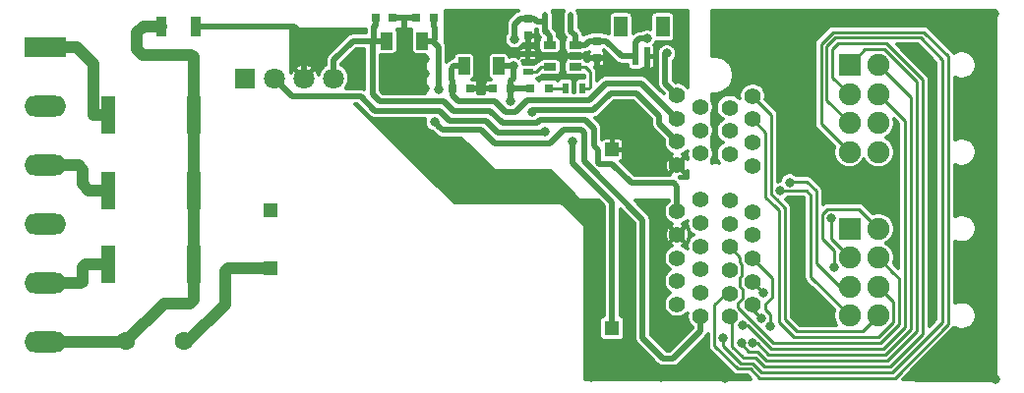
<source format=gtl>
G04 #@! TF.GenerationSoftware,KiCad,Pcbnew,(5.1.5)-3*
G04 #@! TF.CreationDate,2020-03-19T21:31:38+11:00*
G04 #@! TF.ProjectId,din_power_atm90e26,64696e5f-706f-4776-9572-5f61746d3930,rev?*
G04 #@! TF.SameCoordinates,Original*
G04 #@! TF.FileFunction,Copper,L1,Top*
G04 #@! TF.FilePolarity,Positive*
%FSLAX46Y46*%
G04 Gerber Fmt 4.6, Leading zero omitted, Abs format (unit mm)*
G04 Created by KiCad (PCBNEW (5.1.5)-3) date 2020-03-19 21:31:38*
%MOMM*%
%LPD*%
G04 APERTURE LIST*
G04 #@! TA.AperFunction,ComponentPad*
%ADD10C,1.422400*%
G04 #@! TD*
G04 #@! TA.AperFunction,ComponentPad*
%ADD11C,1.600000*%
G04 #@! TD*
G04 #@! TA.AperFunction,ComponentPad*
%ADD12C,1.800000*%
G04 #@! TD*
G04 #@! TA.AperFunction,ComponentPad*
%ADD13R,1.800000X1.800000*%
G04 #@! TD*
G04 #@! TA.AperFunction,ComponentPad*
%ADD14R,1.308000X1.308000*%
G04 #@! TD*
G04 #@! TA.AperFunction,SMDPad,CuDef*
%ADD15R,1.200000X1.800000*%
G04 #@! TD*
G04 #@! TA.AperFunction,SMDPad,CuDef*
%ADD16R,0.600000X1.550000*%
G04 #@! TD*
G04 #@! TA.AperFunction,ComponentPad*
%ADD17R,1.900000X1.900000*%
G04 #@! TD*
G04 #@! TA.AperFunction,ComponentPad*
%ADD18C,1.900000*%
G04 #@! TD*
G04 #@! TA.AperFunction,ComponentPad*
%ADD19O,3.600000X1.800000*%
G04 #@! TD*
G04 #@! TA.AperFunction,ComponentPad*
%ADD20R,3.600000X1.800000*%
G04 #@! TD*
G04 #@! TA.AperFunction,SMDPad,CuDef*
%ADD21R,1.060000X0.650000*%
G04 #@! TD*
G04 #@! TA.AperFunction,SMDPad,CuDef*
%ADD22C,0.100000*%
G04 #@! TD*
G04 #@! TA.AperFunction,SMDPad,CuDef*
%ADD23R,1.000000X1.500000*%
G04 #@! TD*
G04 #@! TA.AperFunction,SMDPad,CuDef*
%ADD24R,1.000000X1.800000*%
G04 #@! TD*
G04 #@! TA.AperFunction,SMDPad,CuDef*
%ADD25R,2.200000X1.840000*%
G04 #@! TD*
G04 #@! TA.AperFunction,SMDPad,CuDef*
%ADD26R,0.900000X1.700000*%
G04 #@! TD*
G04 #@! TA.AperFunction,SMDPad,CuDef*
%ADD27R,0.900000X0.500000*%
G04 #@! TD*
G04 #@! TA.AperFunction,SMDPad,CuDef*
%ADD28R,0.500000X0.900000*%
G04 #@! TD*
G04 #@! TA.AperFunction,SMDPad,CuDef*
%ADD29R,0.750000X0.800000*%
G04 #@! TD*
G04 #@! TA.AperFunction,SMDPad,CuDef*
%ADD30R,0.800000X0.750000*%
G04 #@! TD*
G04 #@! TA.AperFunction,SMDPad,CuDef*
%ADD31R,0.500000X0.500000*%
G04 #@! TD*
G04 #@! TA.AperFunction,SMDPad,CuDef*
%ADD32R,0.800000X0.800000*%
G04 #@! TD*
G04 #@! TA.AperFunction,SMDPad,CuDef*
%ADD33R,1.270000X3.302000*%
G04 #@! TD*
G04 #@! TA.AperFunction,ViaPad*
%ADD34C,0.800000*%
G04 #@! TD*
G04 #@! TA.AperFunction,Conductor*
%ADD35C,1.000000*%
G04 #@! TD*
G04 #@! TA.AperFunction,Conductor*
%ADD36C,0.500000*%
G04 #@! TD*
G04 #@! TA.AperFunction,Conductor*
%ADD37C,0.250000*%
G04 #@! TD*
G04 #@! TA.AperFunction,Conductor*
%ADD38C,0.300000*%
G04 #@! TD*
G04 APERTURE END LIST*
D10*
G04 #@! TO.P,J4,10*
G04 #@! TO.N,Net-(J4-Pad10)*
X169378000Y-62367400D03*
G04 #@! TO.P,J4,29*
G04 #@! TO.N,IA2-*
X169378000Y-64367400D03*
G04 #@! TO.P,J4,2*
G04 #@! TO.N,IC2-*
X169378000Y-66367400D03*
G04 #@! TO.P,J4,21*
G04 #@! TO.N,IC1-*
X169378000Y-68367400D03*
G04 #@! TO.P,J4,17*
G04 #@! TO.N,IB1-*
X169378000Y-70367400D03*
G04 #@! TO.P,J4,13*
G04 #@! TO.N,IA1-*
X169378000Y-72367400D03*
G04 #@! TO.P,J4,11*
G04 #@! TO.N,IA1+*
X171378000Y-71367400D03*
G04 #@! TO.P,J4,15*
G04 #@! TO.N,IB1+*
X171378000Y-69367400D03*
G04 #@! TO.P,J4,19*
G04 #@! TO.N,IC1+*
X171378000Y-67367400D03*
G04 #@! TO.P,J4,35*
G04 #@! TO.N,IC2+*
X171378000Y-65367400D03*
G04 #@! TO.P,J4,27*
G04 #@! TO.N,IA2+*
X171378000Y-63367400D03*
G04 #@! TO.P,J4,8*
G04 #@! TO.N,+3.3V_ISO*
X166878000Y-72317400D03*
G04 #@! TO.P,J4,14*
G04 #@! TO.N,Net-(J4-Pad14)*
X166878000Y-70317400D03*
G04 #@! TO.P,J4,16*
G04 #@! TO.N,Net-(J4-Pad16)*
X166878000Y-68317400D03*
G04 #@! TO.P,J4,18*
G04 #@! TO.N,Net-(J4-Pad18)*
X166878000Y-66317400D03*
G04 #@! TO.P,J4,20*
G04 #@! TO.N,Net-(J4-Pad20)*
X166878000Y-64317400D03*
G04 #@! TO.P,J4,12*
G04 #@! TO.N,Net-(J4-Pad12)*
X166878000Y-62317400D03*
G04 #@! TO.P,J4,9*
G04 #@! TO.N,+5V_ISO*
X164878000Y-63317400D03*
G04 #@! TO.P,J4,7*
G04 #@! TO.N,GNDA*
X164878000Y-65317400D03*
G04 #@! TO.P,J4,5*
G04 #@! TO.N,UA_SAMP*
X164878000Y-67317400D03*
G04 #@! TO.P,J4,3*
G04 #@! TO.N,UB_SAMP*
X164878000Y-69317400D03*
G04 #@! TO.P,J4,1*
G04 #@! TO.N,UC_SAMP*
X164878000Y-71317400D03*
G04 #@! TO.P,J4,6*
G04 #@! TO.N,IN2-*
X171378000Y-53367400D03*
G04 #@! TO.P,J4,4*
G04 #@! TO.N,IN2+*
X171378000Y-55367400D03*
G04 #@! TO.P,J4,25*
G04 #@! TO.N,IN1-*
X171378000Y-57367400D03*
G04 #@! TO.P,J4,23*
G04 #@! TO.N,IN1+*
X171378000Y-59367400D03*
G04 #@! TO.P,J4,31*
G04 #@! TO.N,IB2+*
X169378000Y-58367400D03*
G04 #@! TO.P,J4,33*
G04 #@! TO.N,IB2-*
X169378000Y-56367400D03*
G04 #@! TO.P,J4,22*
G04 #@! TO.N,Net-(J4-Pad22)*
X169378000Y-54367400D03*
G04 #@! TO.P,J4,36*
G04 #@! TO.N,GNDPWR*
X164878000Y-59317400D03*
G04 #@! TO.P,J4,34*
G04 #@! TO.N,+5V*
X164878000Y-57317400D03*
G04 #@! TO.P,J4,32*
G04 #@! TO.N,+3V3*
X164878000Y-55317400D03*
G04 #@! TO.P,J4,30*
G04 #@! TO.N,VBAT*
X164878000Y-53317400D03*
G04 #@! TO.P,J4,28*
G04 #@! TO.N,Net-(J4-Pad28)*
X166878000Y-54317400D03*
G04 #@! TO.P,J4,26*
G04 #@! TO.N,Net-(J4-Pad26)*
X166878000Y-56317400D03*
G04 #@! TO.P,J4,24*
G04 #@! TO.N,Net-(J4-Pad24)*
X166878000Y-58317400D03*
G04 #@! TD*
D11*
G04 #@! TO.P,F1,2*
G04 #@! TO.N,UN*
X117450000Y-74500000D03*
G04 #@! TO.P,F1,1*
G04 #@! TO.N,/UN_IN*
X122450000Y-74500000D03*
G04 #@! TD*
D12*
G04 #@! TO.P,U5,4*
G04 #@! TO.N,+5V_ISO*
X135310000Y-51850000D03*
G04 #@! TO.P,U5,3*
G04 #@! TO.N,GNDA*
X132770000Y-51850000D03*
G04 #@! TO.P,U5,2*
G04 #@! TO.N,+5V*
X130230000Y-51850000D03*
D13*
G04 #@! TO.P,U5,1*
G04 #@! TO.N,GNDPWR*
X127690000Y-51850000D03*
G04 #@! TD*
D14*
G04 #@! TO.P,U4,4*
G04 #@! TO.N,+5V*
X159288000Y-73389000D03*
G04 #@! TO.P,U4,3*
G04 #@! TO.N,GNDPWR*
X159288000Y-57989000D03*
G04 #@! TO.P,U4,2*
G04 #@! TO.N,/UN_IN*
X129888000Y-68189000D03*
G04 #@! TO.P,U4,1*
G04 #@! TO.N,UC*
X129888000Y-63189000D03*
G04 #@! TD*
D15*
G04 #@! TO.P,J2,*
G04 #@! TO.N,*
X163625000Y-47412500D03*
X160025000Y-47412500D03*
D16*
G04 #@! TO.P,J2,2*
G04 #@! TO.N,GNDPWR*
X162325000Y-49937500D03*
G04 #@! TO.P,J2,1*
G04 #@! TO.N,VBAT*
X161325000Y-49937500D03*
G04 #@! TD*
D17*
G04 #@! TO.P,J5,1*
G04 #@! TO.N,IA1+*
X179705000Y-50698400D03*
D18*
G04 #@! TO.P,J5,2*
G04 #@! TO.N,IA1-*
X179705000Y-53198400D03*
G04 #@! TO.P,J5,3*
G04 #@! TO.N,IB1+*
X179705000Y-55698400D03*
G04 #@! TO.P,J5,4*
G04 #@! TO.N,IB1-*
X179705000Y-58198400D03*
G04 #@! TO.P,J5,5*
G04 #@! TO.N,IC1+*
X182205000Y-50698400D03*
G04 #@! TO.P,J5,6*
G04 #@! TO.N,IC1-*
X182205000Y-53198400D03*
G04 #@! TO.P,J5,7*
G04 #@! TO.N,IN1+*
X182205000Y-55698400D03*
G04 #@! TO.P,J5,8*
G04 #@! TO.N,IN1-*
X182205000Y-58198400D03*
G04 #@! TD*
G04 #@! TO.P,J3,8*
G04 #@! TO.N,IN2-*
X182205000Y-72295400D03*
G04 #@! TO.P,J3,7*
G04 #@! TO.N,IN2+*
X182205000Y-69795400D03*
G04 #@! TO.P,J3,6*
G04 #@! TO.N,IC2-*
X182205000Y-67295400D03*
G04 #@! TO.P,J3,5*
G04 #@! TO.N,IC2+*
X182205000Y-64795400D03*
G04 #@! TO.P,J3,4*
G04 #@! TO.N,IB2-*
X179705000Y-72295400D03*
G04 #@! TO.P,J3,3*
G04 #@! TO.N,IB2+*
X179705000Y-69795400D03*
G04 #@! TO.P,J3,2*
G04 #@! TO.N,IA2-*
X179705000Y-67295400D03*
D17*
G04 #@! TO.P,J3,1*
G04 #@! TO.N,IA2+*
X179705000Y-64795400D03*
G04 #@! TD*
D19*
G04 #@! TO.P,J1,6*
G04 #@! TO.N,UN*
X110490000Y-74574400D03*
G04 #@! TO.P,J1,5*
G04 #@! TO.N,UC*
X110490000Y-69494400D03*
G04 #@! TO.P,J1,4*
G04 #@! TO.N,Net-(J1-Pad4)*
X110490000Y-64414400D03*
G04 #@! TO.P,J1,3*
G04 #@! TO.N,UB*
X110490000Y-59334400D03*
G04 #@! TO.P,J1,2*
G04 #@! TO.N,Net-(J1-Pad2)*
X110490000Y-54254400D03*
D20*
G04 #@! TO.P,J1,1*
G04 #@! TO.N,UA*
X110490000Y-49174400D03*
G04 #@! TD*
D21*
G04 #@! TO.P,U1,5*
G04 #@! TO.N,Net-(R32-Pad1)*
X153925000Y-50875000D03*
G04 #@! TO.P,U1,4*
G04 #@! TO.N,+5V*
X153925000Y-48975000D03*
G04 #@! TO.P,U1,3*
G04 #@! TO.N,VBAT*
X156125000Y-48975000D03*
G04 #@! TO.P,U1,2*
G04 #@! TO.N,GNDPWR*
X156125000Y-49925000D03*
G04 #@! TO.P,U1,1*
G04 #@! TO.N,Net-(R33-Pad2)*
X156125000Y-50875000D03*
G04 #@! TD*
G04 #@! TA.AperFunction,SMDPad,CuDef*
D22*
G04 #@! TO.P,U2,2*
G04 #@! TO.N,GNDPWR*
G36*
X146925000Y-47083000D02*
G01*
X147525000Y-46233000D01*
X148525000Y-46233000D01*
X149125000Y-47083000D01*
X146925000Y-47083000D01*
G37*
G04 #@! TD.AperFunction*
D23*
G04 #@! TO.P,U2,1*
G04 #@! TO.N,+3V3*
X146525000Y-50805000D03*
D24*
G04 #@! TO.P,U2,2*
G04 #@! TO.N,GNDPWR*
X148025000Y-50658500D03*
D23*
G04 #@! TO.P,U2,3*
G04 #@! TO.N,+5V*
X149525000Y-50805000D03*
D25*
G04 #@! TO.P,U2,2*
G04 #@! TO.N,GNDPWR*
X148025000Y-47991500D03*
G04 #@! TA.AperFunction,SMDPad,CuDef*
D22*
G36*
X149125000Y-48901200D02*
G01*
X148425000Y-49901200D01*
X147625000Y-49901200D01*
X146925000Y-48901200D01*
X149125000Y-48901200D01*
G37*
G04 #@! TD.AperFunction*
G04 #@! TD*
G04 #@! TA.AperFunction,SMDPad,CuDef*
G04 #@! TO.P,U3,2*
G04 #@! TO.N,GNDA*
G36*
X140300000Y-50523800D02*
G01*
X141000000Y-49523800D01*
X141800000Y-49523800D01*
X142500000Y-50523800D01*
X140300000Y-50523800D01*
G37*
G04 #@! TD.AperFunction*
D25*
X141400000Y-51433500D03*
D23*
G04 #@! TO.P,U3,3*
G04 #@! TO.N,+5V_ISO*
X139900000Y-48620000D03*
D24*
G04 #@! TO.P,U3,2*
G04 #@! TO.N,GNDA*
X141400000Y-48766500D03*
D23*
G04 #@! TO.P,U3,1*
G04 #@! TO.N,+3.3V_ISO*
X142900000Y-48620000D03*
G04 #@! TA.AperFunction,SMDPad,CuDef*
D22*
G04 #@! TO.P,U3,2*
G04 #@! TO.N,GNDA*
G36*
X142500000Y-52342000D02*
G01*
X141900000Y-53192000D01*
X140900000Y-53192000D01*
X140300000Y-52342000D01*
X142500000Y-52342000D01*
G37*
G04 #@! TD.AperFunction*
G04 #@! TD*
D26*
G04 #@! TO.P,L1,2*
G04 #@! TO.N,UN*
X120498000Y-47367400D03*
G04 #@! TO.P,L1,1*
G04 #@! TO.N,GNDA*
X123398000Y-47367400D03*
G04 #@! TD*
D27*
G04 #@! TO.P,R32,2*
G04 #@! TO.N,GNDPWR*
X152025000Y-49775000D03*
G04 #@! TO.P,R32,1*
G04 #@! TO.N,Net-(R32-Pad1)*
X152025000Y-51275000D03*
G04 #@! TD*
D28*
G04 #@! TO.P,R33,2*
G04 #@! TO.N,Net-(R33-Pad2)*
X156750000Y-52675000D03*
G04 #@! TO.P,R33,1*
G04 #@! TO.N,Net-(D2-Pad1)*
X155250000Y-52675000D03*
G04 #@! TD*
D29*
G04 #@! TO.P,C4,2*
G04 #@! TO.N,GNDPWR*
X152025000Y-48175000D03*
G04 #@! TO.P,C4,1*
G04 #@! TO.N,+5V*
X152025000Y-46675000D03*
G04 #@! TD*
D30*
G04 #@! TO.P,C5,2*
G04 #@! TO.N,GNDA*
X140400000Y-46600000D03*
G04 #@! TO.P,C5,1*
G04 #@! TO.N,+5V_ISO*
X138900000Y-46600000D03*
G04 #@! TD*
G04 #@! TO.P,C6,2*
G04 #@! TO.N,GNDPWR*
X149025000Y-52675000D03*
G04 #@! TO.P,C6,1*
G04 #@! TO.N,+5V*
X150525000Y-52675000D03*
G04 #@! TD*
G04 #@! TO.P,C7,1*
G04 #@! TO.N,+3V3*
X145525000Y-52675000D03*
G04 #@! TO.P,C7,2*
G04 #@! TO.N,GNDPWR*
X147025000Y-52675000D03*
G04 #@! TD*
G04 #@! TO.P,C8,1*
G04 #@! TO.N,+3.3V_ISO*
X143900000Y-46600000D03*
G04 #@! TO.P,C8,2*
G04 #@! TO.N,GNDA*
X142400000Y-46600000D03*
G04 #@! TD*
D29*
G04 #@! TO.P,C9,2*
G04 #@! TO.N,VBAT*
X157975000Y-48625000D03*
G04 #@! TO.P,C9,1*
G04 #@! TO.N,GNDPWR*
X157975000Y-50125000D03*
G04 #@! TD*
D31*
G04 #@! TO.P,D1,2*
G04 #@! TO.N,VBAT*
X155725000Y-46925000D03*
G04 #@! TO.P,D1,1*
G04 #@! TO.N,+5V*
X153525000Y-46925000D03*
G04 #@! TD*
D32*
G04 #@! TO.P,D2,1*
G04 #@! TO.N,Net-(D2-Pad1)*
X153800000Y-52675000D03*
G04 #@! TO.P,D2,2*
G04 #@! TO.N,+5V*
X152200000Y-52675000D03*
G04 #@! TD*
D33*
G04 #@! TO.P,RV1,2*
G04 #@! TO.N,UA*
X115867000Y-55021000D03*
G04 #@! TO.P,RV1,1*
G04 #@! TO.N,UN*
X123233000Y-55021000D03*
G04 #@! TD*
G04 #@! TO.P,RV2,1*
G04 #@! TO.N,UN*
X123233000Y-61498000D03*
G04 #@! TO.P,RV2,2*
G04 #@! TO.N,UB*
X115867000Y-61498000D03*
G04 #@! TD*
G04 #@! TO.P,RV3,2*
G04 #@! TO.N,UC*
X115867000Y-67900000D03*
G04 #@! TO.P,RV3,1*
G04 #@! TO.N,UN*
X123233000Y-67900000D03*
G04 #@! TD*
D34*
G04 #@! TO.N,GNDA*
X142825000Y-55600000D03*
X145750000Y-57300000D03*
X148900000Y-60375000D03*
X153775000Y-60425000D03*
X157425000Y-64400000D03*
X178300000Y-61600000D03*
X182850000Y-61700000D03*
X172300000Y-50350000D03*
X168600000Y-46350000D03*
X182250000Y-46500000D03*
X192150000Y-46250000D03*
X191000000Y-53550000D03*
X191050000Y-61650000D03*
X191100000Y-68600000D03*
X192250000Y-77750000D03*
X185200000Y-77550000D03*
X157450000Y-77600000D03*
X163500000Y-77600000D03*
X169000000Y-77650000D03*
X167250000Y-74750000D03*
X175050000Y-64800000D03*
X175050000Y-67300000D03*
X175050000Y-50700000D03*
X186850000Y-72300000D03*
X175050000Y-53200000D03*
X175050000Y-55700000D03*
X175050000Y-58200000D03*
X186850000Y-50700000D03*
X186850000Y-53200000D03*
X186850000Y-55700000D03*
X186850000Y-58200000D03*
X175050000Y-72300000D03*
X186850000Y-64800000D03*
X186850000Y-67300000D03*
X186850000Y-69800000D03*
X175050000Y-69800000D03*
X137150000Y-50600000D03*
X134700000Y-48025000D03*
X139650000Y-52600000D03*
X140150000Y-56150000D03*
X143175000Y-50200000D03*
X139650000Y-50250000D03*
X143175000Y-51425000D03*
X143175000Y-52675000D03*
X139650000Y-51450000D03*
X163100000Y-65000000D03*
X164100000Y-75000000D03*
X164200000Y-73100000D03*
X162900000Y-66800000D03*
X163300000Y-68500000D03*
X163100000Y-70300000D03*
G04 #@! TO.N,+5V*
X155875000Y-57275000D03*
X153525000Y-56450000D03*
X150525000Y-53800000D03*
X152375000Y-54725000D03*
X150775000Y-50775000D03*
X150875000Y-48475000D03*
G04 #@! TO.N,GNDPWR*
X145875000Y-46925000D03*
X149825000Y-47975000D03*
X149825000Y-46725000D03*
X145875000Y-49025000D03*
X145866500Y-47991500D03*
X154650000Y-46500000D03*
X154875000Y-49925000D03*
X157775000Y-46500000D03*
X145350000Y-46300000D03*
X148025000Y-52025000D03*
X149875000Y-49150000D03*
X158325000Y-51275000D03*
X159550000Y-54100000D03*
G04 #@! TO.N,IA1+*
X170400000Y-74650000D03*
X172100000Y-72500000D03*
G04 #@! TO.N,IC1+*
X171400000Y-74650000D03*
X172850000Y-73200000D03*
G04 #@! TO.N,IC1-*
X170500000Y-73100000D03*
G04 #@! TO.N,IB1+*
X172300000Y-70350000D03*
X168840000Y-74230000D03*
G04 #@! TO.N,IA2-*
X178100000Y-63850000D03*
G04 #@! TO.N,IC2+*
X178350000Y-68100000D03*
G04 #@! TO.N,IB2-*
X173750000Y-61550000D03*
G04 #@! TO.N,IB2+*
X174550000Y-60800000D03*
G04 #@! TO.N,+3.3V_ISO*
X143975000Y-55600000D03*
X144350000Y-52800000D03*
G04 #@! TO.N,VBAT*
X164000000Y-49700000D03*
X162275000Y-48425000D03*
G04 #@! TD*
D35*
G04 #@! TO.N,UA*
X115867000Y-55021000D02*
X114636000Y-55021000D01*
X113174400Y-49174400D02*
X110490000Y-49174400D01*
X114636000Y-55021000D02*
X114636000Y-50636000D01*
X114636000Y-50636000D02*
X113174400Y-49174400D01*
G04 #@! TO.N,UN*
X123233000Y-55021000D02*
X123233000Y-50033000D01*
X123233000Y-50033000D02*
X123050000Y-49850000D01*
X123050000Y-49850000D02*
X118900000Y-49850000D01*
X118900000Y-49850000D02*
X118400000Y-49350000D01*
X118400000Y-49350000D02*
X118400000Y-47900000D01*
X118400000Y-47900000D02*
X118932600Y-47367400D01*
X118932600Y-47367400D02*
X120498000Y-47367400D01*
X123233000Y-61498000D02*
X123233000Y-55021000D01*
X117450000Y-74500000D02*
X120700000Y-71250000D01*
X123233000Y-70917000D02*
X123233000Y-67900000D01*
X122900000Y-71250000D02*
X123233000Y-70917000D01*
X120700000Y-71250000D02*
X122900000Y-71250000D01*
X123233000Y-67900000D02*
X123233000Y-60300000D01*
X110490000Y-74574400D02*
X117375600Y-74574400D01*
G04 #@! TO.N,UB*
X115867000Y-61498000D02*
X114232000Y-61498000D01*
X114232000Y-61498000D02*
X113700000Y-60966000D01*
X113700000Y-60966000D02*
X113700000Y-59700000D01*
X110490000Y-59334400D02*
X113334400Y-59334400D01*
X113334400Y-59334400D02*
X113700000Y-59700000D01*
G04 #@! TO.N,UC*
X110490000Y-69494400D02*
X113555600Y-69494400D01*
X113950000Y-67900000D02*
X115867000Y-67900000D01*
X113700000Y-68150000D02*
X113950000Y-67900000D01*
X113700000Y-69350000D02*
X113700000Y-68150000D01*
X113555600Y-69494400D02*
X113700000Y-69350000D01*
D36*
G04 #@! TO.N,GNDA*
X140700000Y-55600000D02*
X142825000Y-55600000D01*
X145750000Y-57300000D02*
X148825000Y-60375000D01*
X148825000Y-60375000D02*
X148900000Y-60375000D01*
X140150000Y-56150000D02*
X140700000Y-55600000D01*
X182750000Y-61600000D02*
X178300000Y-61600000D01*
X182850000Y-61700000D02*
X182750000Y-61600000D01*
X182100000Y-46350000D02*
X168600000Y-46350000D01*
X182250000Y-46500000D02*
X182100000Y-46350000D01*
X192150000Y-52400000D02*
X192150000Y-46250000D01*
X191000000Y-53550000D02*
X192150000Y-52400000D01*
X191050000Y-68550000D02*
X191050000Y-61650000D01*
X191100000Y-68600000D02*
X191050000Y-68550000D01*
X185400000Y-77750000D02*
X192250000Y-77750000D01*
X185200000Y-77550000D02*
X185400000Y-77750000D01*
X157425000Y-64400000D02*
X157425000Y-77575000D01*
X157425000Y-77575000D02*
X157450000Y-77600000D01*
X163500000Y-77600000D02*
X163550000Y-77650000D01*
X163550000Y-77650000D02*
X169000000Y-77650000D01*
X175050000Y-69800000D02*
X175050000Y-67300000D01*
X175050000Y-67300000D02*
X175050000Y-64800000D01*
X175050000Y-53200000D02*
X175050000Y-50700000D01*
X175050000Y-53200000D02*
X175050000Y-55700000D01*
X175050000Y-55700000D02*
X175050000Y-58200000D01*
X186850000Y-69800000D02*
X186850000Y-72300000D01*
X186850000Y-69800000D02*
X186850000Y-67300000D01*
X186850000Y-67300000D02*
X186850000Y-64800000D01*
X186850000Y-64800000D02*
X186850000Y-58200000D01*
X186850000Y-58200000D02*
X186850000Y-55700000D01*
X186850000Y-55700000D02*
X186850000Y-53200000D01*
X186850000Y-53200000D02*
X186850000Y-50700000D01*
X175050000Y-69800000D02*
X175050000Y-72300000D01*
X143166500Y-51433500D02*
X143175000Y-51425000D01*
X143166500Y-51433500D02*
X141400000Y-51433500D01*
X139666500Y-51433500D02*
X139650000Y-51450000D01*
X139666500Y-51433500D02*
X141400000Y-51433500D01*
X142400000Y-46600000D02*
X141300000Y-46600000D01*
X141400000Y-48766500D02*
X141400000Y-46700000D01*
X141300000Y-46600000D02*
X140400000Y-46600000D01*
X141400000Y-46700000D02*
X141300000Y-46600000D01*
X132770000Y-51850000D02*
X132770000Y-48270000D01*
X131867400Y-47367400D02*
X123398000Y-47367400D01*
X132770000Y-48270000D02*
X131867400Y-47367400D01*
G04 #@! TO.N,+5V*
X159288000Y-73389000D02*
X159288000Y-62549774D01*
X159288000Y-62549774D02*
X155875000Y-59136774D01*
X155875000Y-59136774D02*
X155875000Y-57840685D01*
X155875000Y-57840685D02*
X155875000Y-57275000D01*
X140200000Y-54625000D02*
X144400000Y-54625000D01*
X131755000Y-53375000D02*
X137625000Y-53375000D01*
X137625000Y-53375000D02*
X138875000Y-54625000D01*
X138875000Y-54625000D02*
X140200000Y-54625000D01*
X130230000Y-51850000D02*
X131755000Y-53375000D01*
X153425000Y-56550000D02*
X153525000Y-56450000D01*
X149450000Y-56550000D02*
X153425000Y-56550000D01*
X148375000Y-55475000D02*
X149450000Y-56550000D01*
X145250000Y-55475000D02*
X148375000Y-55475000D01*
X144400000Y-54625000D02*
X145250000Y-55475000D01*
X164878000Y-57317400D02*
X163350000Y-55789400D01*
X150525000Y-53275000D02*
X150525000Y-52675000D01*
X150525000Y-53800000D02*
X150525000Y-53275000D01*
X152500000Y-54600000D02*
X152375000Y-54725000D01*
X157675000Y-54600000D02*
X152500000Y-54600000D01*
X159150000Y-53125000D02*
X157675000Y-54600000D01*
X161400000Y-53125000D02*
X159150000Y-53125000D01*
X163350000Y-55075000D02*
X161400000Y-53125000D01*
X163350000Y-55789400D02*
X163350000Y-55075000D01*
X150525000Y-52675000D02*
X150525000Y-52075000D01*
X150525000Y-52075000D02*
X150775000Y-51825000D01*
X150775000Y-51825000D02*
X150775000Y-50775000D01*
X152200000Y-52675000D02*
X150525000Y-52675000D01*
X150875000Y-47175000D02*
X150875000Y-48475000D01*
X152025000Y-46675000D02*
X151375000Y-46675000D01*
X151375000Y-46675000D02*
X150875000Y-47175000D01*
X150775000Y-50775000D02*
X149555000Y-50775000D01*
X149555000Y-50775000D02*
X149525000Y-50805000D01*
X152025000Y-46675000D02*
X152575000Y-46675000D01*
X152825000Y-46925000D02*
X153525000Y-46925000D01*
X152575000Y-46675000D02*
X152825000Y-46925000D01*
X153525000Y-46925000D02*
X153525000Y-46325000D01*
X153525000Y-46925000D02*
X153525000Y-47825000D01*
X153525000Y-47825000D02*
X153625000Y-47925000D01*
X153925000Y-48225000D02*
X153925000Y-48975000D01*
X153625000Y-47925000D02*
X153925000Y-48225000D01*
G04 #@! TO.N,GNDPWR*
X149891500Y-47991500D02*
X149875000Y-47975000D01*
X149875000Y-47975000D02*
X149825000Y-47975000D01*
X149891500Y-47991500D02*
X148025000Y-47991500D01*
X155025000Y-49775000D02*
X155025000Y-48200000D01*
X155025000Y-48200000D02*
X154650000Y-47825000D01*
X154650000Y-47825000D02*
X154650000Y-46500000D01*
X154875000Y-49925000D02*
X155125000Y-49925000D01*
X154875000Y-49925000D02*
X155025000Y-49775000D01*
X145350000Y-46300000D02*
X145350000Y-47475000D01*
X145350000Y-47475000D02*
X145866500Y-47991500D01*
X148025000Y-47991500D02*
X145866500Y-47991500D01*
X149950000Y-49401200D02*
X149950000Y-49225000D01*
X149950000Y-49225000D02*
X149875000Y-49150000D01*
X159288000Y-56807400D02*
X159288000Y-54362000D01*
X159288000Y-54362000D02*
X159550000Y-54100000D01*
X164878000Y-59317400D02*
X163325000Y-57764400D01*
X157975000Y-50850000D02*
X158325000Y-51200000D01*
X158325000Y-51200000D02*
X158325000Y-51275000D01*
X157975000Y-50850000D02*
X157975000Y-50125000D01*
X159700000Y-53950000D02*
X159550000Y-54100000D01*
X161050000Y-53950000D02*
X159700000Y-53950000D01*
X162500000Y-55400000D02*
X161050000Y-53950000D01*
X162500000Y-56175000D02*
X162500000Y-55400000D01*
X163325000Y-57000000D02*
X162500000Y-56175000D01*
X163325000Y-57764400D02*
X163325000Y-57000000D01*
X147025000Y-52675000D02*
X148125000Y-52675000D01*
X149025000Y-52675000D02*
X148125000Y-52675000D01*
X148025000Y-52575000D02*
X148025000Y-52025000D01*
X148025000Y-52025000D02*
X148025000Y-50658500D01*
X148125000Y-52675000D02*
X148025000Y-52575000D01*
X148025000Y-49401200D02*
X149950000Y-49401200D01*
X149950000Y-49401200D02*
X150451200Y-49401200D01*
X151275000Y-49775000D02*
X152025000Y-49775000D01*
X150825000Y-49775000D02*
X151275000Y-49775000D01*
X150451200Y-49401200D02*
X150825000Y-49775000D01*
X158625000Y-50125000D02*
X158925000Y-50125000D01*
X157975000Y-50125000D02*
X158625000Y-50125000D01*
X162325000Y-51225000D02*
X162325000Y-49937500D01*
X162175000Y-51375000D02*
X162325000Y-51225000D01*
X160175000Y-51375000D02*
X162175000Y-51375000D01*
X158925000Y-50125000D02*
X160175000Y-51375000D01*
X152025000Y-49775000D02*
X152975000Y-49775000D01*
X155125000Y-49925000D02*
X156125000Y-49925000D01*
X153125000Y-49925000D02*
X155125000Y-49925000D01*
X152975000Y-49775000D02*
X153125000Y-49925000D01*
X152025000Y-48175000D02*
X152025000Y-49775000D01*
X156125000Y-49925000D02*
X157025000Y-49925000D01*
X157025000Y-49925000D02*
X157225000Y-50125000D01*
X157225000Y-50125000D02*
X157975000Y-50125000D01*
G04 #@! TO.N,+5V_ISO*
X138650000Y-48620000D02*
X138770000Y-48500000D01*
X157700000Y-57650000D02*
X157700000Y-56150000D01*
X157700000Y-56150000D02*
X157000000Y-55450000D01*
X152800000Y-55700000D02*
X149825000Y-55700000D01*
X138650000Y-53200000D02*
X138650000Y-48620000D01*
X164878000Y-63317400D02*
X164878000Y-61178000D01*
X164563000Y-60863000D02*
X160913000Y-60863000D01*
X164878000Y-61178000D02*
X164563000Y-60863000D01*
X158193999Y-59193001D02*
X158083999Y-59083001D01*
X138770000Y-48500000D02*
X138800000Y-48500000D01*
X160913000Y-60863000D02*
X159243001Y-59193001D01*
X158083999Y-59083001D02*
X158083999Y-58033999D01*
X159243001Y-59193001D02*
X158193999Y-59193001D01*
X158083999Y-58033999D02*
X157700000Y-57650000D01*
X157000000Y-55450000D02*
X153050000Y-55450000D01*
X153050000Y-55450000D02*
X152800000Y-55700000D01*
X149825000Y-55700000D02*
X148775000Y-54650000D01*
X148775000Y-54650000D02*
X145625000Y-54650000D01*
X145625000Y-54650000D02*
X144775000Y-53800000D01*
X144775000Y-53800000D02*
X139250000Y-53800000D01*
X139250000Y-53800000D02*
X138650000Y-53200000D01*
X135310000Y-51850000D02*
X135310000Y-50290000D01*
X136980000Y-48620000D02*
X138920000Y-48620000D01*
X135310000Y-50290000D02*
X136980000Y-48620000D01*
X138900000Y-46600000D02*
X138900000Y-47300000D01*
X138920000Y-48620000D02*
X139900000Y-48620000D01*
X138800000Y-48500000D02*
X138920000Y-48620000D01*
X138800000Y-47400000D02*
X138800000Y-48500000D01*
X138900000Y-47300000D02*
X138800000Y-47400000D01*
D37*
G04 #@! TO.N,IA1+*
X179350000Y-76150000D02*
X183000000Y-76150000D01*
X170400000Y-74650000D02*
X170400000Y-74750000D01*
X170400000Y-74750000D02*
X171050000Y-75400000D01*
X171050000Y-75400000D02*
X171800000Y-75400000D01*
X171800000Y-75400000D02*
X172550000Y-76150000D01*
X172550000Y-76150000D02*
X179350000Y-76150000D01*
X171378000Y-71778000D02*
X172100000Y-72500000D01*
X181053400Y-49350000D02*
X179705000Y-50698400D01*
X182700000Y-49350000D02*
X181053400Y-49350000D01*
X185500000Y-52150000D02*
X182700000Y-49350000D01*
X185500000Y-73650000D02*
X185500000Y-52150000D01*
X183000000Y-76150000D02*
X185500000Y-73650000D01*
X171378000Y-71367400D02*
X171378000Y-71778000D01*
X179603400Y-50800000D02*
X179705000Y-50698400D01*
G04 #@! TO.N,IA1-*
X179200000Y-76650000D02*
X183200000Y-76650000D01*
X170550000Y-75900000D02*
X171600000Y-75900000D01*
X171600000Y-75900000D02*
X172350000Y-76650000D01*
X172350000Y-76650000D02*
X179200000Y-76650000D01*
X169600000Y-74950000D02*
X170500000Y-75850000D01*
X169600000Y-72589400D02*
X169600000Y-74950000D01*
X170500000Y-75850000D02*
X170550000Y-75900000D01*
X178250000Y-51743400D02*
X179705000Y-53198400D01*
X178250000Y-49300000D02*
X178250000Y-51743400D01*
X178700000Y-48850000D02*
X178250000Y-49300000D01*
X182900000Y-48850000D02*
X178700000Y-48850000D01*
X186000000Y-51950000D02*
X182900000Y-48850000D01*
X186000000Y-71200000D02*
X186000000Y-51950000D01*
X186000000Y-73850000D02*
X186000000Y-71200000D01*
X183200000Y-76650000D02*
X186000000Y-73850000D01*
X169378000Y-72367400D02*
X169600000Y-72589400D01*
X169378000Y-72367400D02*
X169000000Y-72745400D01*
X169378000Y-72367400D02*
X169522400Y-72367400D01*
X179563400Y-53340000D02*
X179705000Y-53198400D01*
G04 #@! TO.N,IC1+*
X179550000Y-75650000D02*
X182800000Y-75650000D01*
X185000000Y-53493400D02*
X182205000Y-50698400D01*
X185000000Y-73450000D02*
X185000000Y-53493400D01*
X182800000Y-75650000D02*
X185000000Y-73450000D01*
X171378000Y-67367400D02*
X173050000Y-69039400D01*
X172750000Y-75650000D02*
X179550000Y-75650000D01*
X179550000Y-75650000D02*
X179450000Y-75650000D01*
X171750000Y-74650000D02*
X172750000Y-75650000D01*
X171400000Y-74650000D02*
X171750000Y-74650000D01*
X172850000Y-72150000D02*
X172850000Y-73200000D01*
X172450000Y-71750000D02*
X172850000Y-72150000D01*
X172450000Y-71300000D02*
X172450000Y-71750000D01*
X173050000Y-70700000D02*
X172450000Y-71300000D01*
X173050000Y-69039400D02*
X173050000Y-70700000D01*
G04 #@! TO.N,IC1-*
X180250000Y-75150000D02*
X182600000Y-75150000D01*
X170500000Y-73100000D02*
X170900000Y-73100000D01*
X170900000Y-73100000D02*
X172950000Y-75150000D01*
X172950000Y-75150000D02*
X180250000Y-75150000D01*
X184500000Y-55493400D02*
X182205000Y-53198400D01*
X184500000Y-73250000D02*
X184500000Y-55493400D01*
X182600000Y-75150000D02*
X184500000Y-73250000D01*
G04 #@! TO.N,IB1+*
X171378000Y-69428000D02*
X172300000Y-70350000D01*
X171380000Y-76400000D02*
X171630000Y-76650000D01*
X170310000Y-76400000D02*
X171380000Y-76400000D01*
X168840000Y-74930000D02*
X170310000Y-76400000D01*
X168840000Y-74230000D02*
X168840000Y-74930000D01*
X177600000Y-77150000D02*
X183400000Y-77150000D01*
X183400000Y-77150000D02*
X187700000Y-72850000D01*
X187700000Y-72850000D02*
X187700000Y-50250000D01*
X187700000Y-50250000D02*
X185800000Y-48350000D01*
X185800000Y-48350000D02*
X178500000Y-48350000D01*
X178500000Y-48350000D02*
X177750000Y-49100000D01*
X177750000Y-49100000D02*
X177750000Y-53743400D01*
X177750000Y-53743400D02*
X179705000Y-55698400D01*
X172150000Y-77150000D02*
X177600000Y-77150000D01*
X171650000Y-76650000D02*
X172150000Y-77150000D01*
X171630000Y-76650000D02*
X171650000Y-76650000D01*
X171378000Y-69367400D02*
X171378000Y-69428000D01*
X179523400Y-55880000D02*
X179705000Y-55698400D01*
G04 #@! TO.N,IA2-*
X178100000Y-65690400D02*
X179705000Y-67295400D01*
X178100000Y-63850000D02*
X178100000Y-65690400D01*
G04 #@! TO.N,IC2+*
X180509600Y-63100000D02*
X182205000Y-64795400D01*
X177800000Y-63100000D02*
X180509600Y-63100000D01*
X177350000Y-63550000D02*
X177800000Y-63100000D01*
X177350000Y-65650000D02*
X177350000Y-63550000D01*
X178350000Y-66650000D02*
X177350000Y-65650000D01*
X178350000Y-68100000D02*
X178350000Y-66650000D01*
G04 #@! TO.N,IC2-*
X184000000Y-70850000D02*
X184000000Y-69090400D01*
X182400000Y-74650000D02*
X184000000Y-73050000D01*
X184000000Y-73050000D02*
X184000000Y-70850000D01*
X182205000Y-67295400D02*
X183500000Y-68590400D01*
X170250000Y-67239400D02*
X169378000Y-66367400D01*
X173150000Y-74650000D02*
X180950000Y-74650000D01*
X170100000Y-71600000D02*
X173150000Y-74650000D01*
X170100000Y-71200000D02*
X170100000Y-71600000D01*
X170500000Y-70800000D02*
X170100000Y-71200000D01*
X170500000Y-70000000D02*
X170500000Y-70800000D01*
X170300000Y-69800000D02*
X170500000Y-70000000D01*
X170300000Y-69000000D02*
X170300000Y-69800000D01*
X170450000Y-68850000D02*
X170300000Y-69000000D01*
X170450000Y-67900000D02*
X170450000Y-68850000D01*
X170250000Y-67700000D02*
X170450000Y-67900000D01*
X170250000Y-67239400D02*
X170250000Y-67700000D01*
X180950000Y-74650000D02*
X182400000Y-74650000D01*
X184000000Y-69090400D02*
X183500000Y-68590400D01*
G04 #@! TO.N,IB2-*
X176350000Y-66050000D02*
X176350000Y-68940400D01*
X175150000Y-61550000D02*
X176000000Y-61550000D01*
X176000000Y-61550000D02*
X176350000Y-61900000D01*
X176350000Y-61900000D02*
X176350000Y-66050000D01*
X173750000Y-61550000D02*
X175150000Y-61550000D01*
X176350000Y-68940400D02*
X179705000Y-72295400D01*
G04 #@! TO.N,IB1-*
X168100000Y-74600000D02*
X168100000Y-74890000D01*
X168100000Y-71300000D02*
X168100000Y-74600000D01*
X169032600Y-70367400D02*
X168100000Y-71300000D01*
X171940000Y-77650000D02*
X171950000Y-77650000D01*
X171170000Y-76880000D02*
X171940000Y-77650000D01*
X170090000Y-76880000D02*
X171170000Y-76880000D01*
X168100000Y-74890000D02*
X170090000Y-76880000D01*
X177250000Y-55743400D02*
X179705000Y-58198400D01*
X171950000Y-77650000D02*
X183600000Y-77650000D01*
X183600000Y-77650000D02*
X188200000Y-73050000D01*
X188200000Y-73050000D02*
X188200000Y-49950000D01*
X188200000Y-49950000D02*
X186100000Y-47850000D01*
X186100000Y-47850000D02*
X178300000Y-47850000D01*
X178300000Y-47850000D02*
X177250000Y-48900000D01*
X177250000Y-48900000D02*
X177250000Y-55743400D01*
X169378000Y-70367400D02*
X169032600Y-70367400D01*
G04 #@! TO.N,IN2-*
X173450000Y-62300000D02*
X174150000Y-63000000D01*
X173000000Y-61100000D02*
X173000000Y-61850000D01*
X173000000Y-54989400D02*
X173000000Y-61100000D01*
X171378000Y-53367400D02*
X173000000Y-54989400D01*
X173000000Y-61850000D02*
X173450000Y-62300000D01*
X180850400Y-73650000D02*
X182205000Y-72295400D01*
X175150000Y-73650000D02*
X180850400Y-73650000D01*
X174150000Y-72650000D02*
X175150000Y-73650000D01*
X174150000Y-63000000D02*
X174150000Y-72650000D01*
G04 #@! TO.N,IB2+*
X176850000Y-65850000D02*
X176850000Y-67750000D01*
X174600000Y-60750000D02*
X176050000Y-60750000D01*
X176050000Y-60750000D02*
X176850000Y-61550000D01*
X176850000Y-61550000D02*
X176850000Y-65850000D01*
X174550000Y-60800000D02*
X174600000Y-60750000D01*
X176850000Y-67750000D02*
X178895400Y-69795400D01*
X178895400Y-69795400D02*
X179705000Y-69795400D01*
X178995400Y-69795400D02*
X179705000Y-69795400D01*
X174550000Y-60800000D02*
X174500000Y-60850000D01*
X169378000Y-58367400D02*
X169378000Y-58928000D01*
G04 #@! TO.N,IN2+*
X173200000Y-62800000D02*
X173650000Y-63250000D01*
X172500000Y-56489400D02*
X172500000Y-62100000D01*
X172500000Y-62100000D02*
X173200000Y-62800000D01*
X171378000Y-55367400D02*
X172500000Y-56489400D01*
X183500000Y-71090400D02*
X182205000Y-69795400D01*
X183500000Y-72850000D02*
X183500000Y-71090400D01*
X182200000Y-74150000D02*
X183500000Y-72850000D01*
X174950000Y-74150000D02*
X182200000Y-74150000D01*
X173650000Y-72850000D02*
X174950000Y-74150000D01*
X173650000Y-63250000D02*
X173650000Y-72850000D01*
D36*
G04 #@! TO.N,+3.3V_ISO*
X161900000Y-74225000D02*
X161900000Y-64030388D01*
X166878000Y-72317400D02*
X166878000Y-73622000D01*
X156850000Y-58980388D02*
X156850000Y-56525000D01*
X166878000Y-73622000D02*
X164500000Y-76000000D01*
X156625000Y-56300000D02*
X155075000Y-56300000D01*
X144374999Y-55999999D02*
X143975000Y-55600000D01*
X161900000Y-64030388D02*
X156850000Y-58980388D01*
X156850000Y-56525000D02*
X156625000Y-56300000D01*
X163675000Y-76000000D02*
X161900000Y-74225000D01*
X153925000Y-57450000D02*
X149175000Y-57450000D01*
X149175000Y-57450000D02*
X148025000Y-56300000D01*
X144675000Y-56300000D02*
X144374999Y-55999999D01*
X155075000Y-56300000D02*
X153925000Y-57450000D01*
X148025000Y-56300000D02*
X144675000Y-56300000D01*
X164500000Y-76000000D02*
X163675000Y-76000000D01*
X144350000Y-49140000D02*
X143830000Y-48620000D01*
X144350000Y-52800000D02*
X144350000Y-49140000D01*
X142900000Y-48620000D02*
X143830000Y-48620000D01*
X143900000Y-47350000D02*
X143900000Y-46600000D01*
X144000000Y-47450000D02*
X143900000Y-47350000D01*
X144000000Y-48450000D02*
X144000000Y-47450000D01*
X143830000Y-48620000D02*
X144000000Y-48450000D01*
G04 #@! TO.N,+3V3*
X152175000Y-53750000D02*
X151975000Y-53750000D01*
X145525000Y-52675000D02*
X145525000Y-53325000D01*
X161810600Y-52250000D02*
X158775000Y-52250000D01*
X158775000Y-52250000D02*
X157275000Y-53750000D01*
X157275000Y-53750000D02*
X152175000Y-53750000D01*
X161810600Y-52250000D02*
X164878000Y-55317400D01*
X146025000Y-53825000D02*
X145525000Y-53325000D01*
X149150000Y-53825000D02*
X146025000Y-53825000D01*
X150100000Y-54775000D02*
X149150000Y-53825000D01*
X150950000Y-54775000D02*
X150100000Y-54775000D01*
X151975000Y-53750000D02*
X150950000Y-54775000D01*
X146525000Y-50805000D02*
X145645000Y-50805000D01*
X145525000Y-52025000D02*
X145525000Y-52675000D01*
X145425000Y-51925000D02*
X145525000Y-52025000D01*
X145425000Y-51025000D02*
X145425000Y-51925000D01*
X145645000Y-50805000D02*
X145425000Y-51025000D01*
D37*
G04 #@! TO.N,Net-(R32-Pad1)*
X153925000Y-50875000D02*
X153125000Y-50875000D01*
X152725000Y-51275000D02*
X152025000Y-51275000D01*
X153125000Y-50875000D02*
X152725000Y-51275000D01*
G04 #@! TO.N,Net-(R33-Pad2)*
X156750000Y-52675000D02*
X157300000Y-52675000D01*
X157000000Y-50875000D02*
X156125000Y-50875000D01*
X157425000Y-51300000D02*
X157000000Y-50875000D01*
X157425000Y-52550000D02*
X157425000Y-51300000D01*
X157300000Y-52675000D02*
X157425000Y-52550000D01*
X156150000Y-50900000D02*
X156125000Y-50875000D01*
G04 #@! TO.N,Net-(D2-Pad1)*
X155250000Y-52675000D02*
X153800000Y-52675000D01*
D36*
G04 #@! TO.N,VBAT*
X161325000Y-49937500D02*
X161325000Y-48725000D01*
X163850000Y-52289400D02*
X163850000Y-49850000D01*
X163850000Y-49850000D02*
X164000000Y-49700000D01*
X163850000Y-52289400D02*
X164878000Y-53317400D01*
X161625000Y-48425000D02*
X162275000Y-48425000D01*
X161325000Y-48725000D02*
X161625000Y-48425000D01*
X157975000Y-48625000D02*
X158775000Y-48625000D01*
X160087500Y-49937500D02*
X161325000Y-49937500D01*
X158775000Y-48625000D02*
X160087500Y-49937500D01*
X155725000Y-46925000D02*
X155725000Y-46375000D01*
X156125000Y-48975000D02*
X156125000Y-48175000D01*
X155725000Y-47775000D02*
X155725000Y-46925000D01*
X156125000Y-48175000D02*
X155725000Y-47775000D01*
X156125000Y-48975000D02*
X156925000Y-48975000D01*
X157275000Y-48625000D02*
X157975000Y-48625000D01*
X156925000Y-48975000D02*
X157275000Y-48625000D01*
D35*
G04 #@! TO.N,/UN_IN*
X129888000Y-68189000D02*
X126211000Y-68189000D01*
X126211000Y-68189000D02*
X125950000Y-68450000D01*
X125950000Y-71350000D02*
X122800000Y-74500000D01*
X125950000Y-68450000D02*
X125950000Y-71350000D01*
X122800000Y-74500000D02*
X122450000Y-74500000D01*
G04 #@! TD*
D38*
G04 #@! TO.N,GNDA*
G36*
X138355707Y-55095657D02*
G01*
X138377630Y-55122370D01*
X138404341Y-55144291D01*
X138404342Y-55144292D01*
X138484218Y-55209845D01*
X138590856Y-55266844D01*
X138605825Y-55274845D01*
X138737776Y-55314872D01*
X138840610Y-55325000D01*
X138840613Y-55325000D01*
X138875000Y-55328387D01*
X138909387Y-55325000D01*
X143168875Y-55325000D01*
X143157665Y-55352064D01*
X143125000Y-55516282D01*
X143125000Y-55683718D01*
X143157665Y-55847936D01*
X143221740Y-56002626D01*
X143314762Y-56141844D01*
X143433156Y-56260238D01*
X143572374Y-56353260D01*
X143727064Y-56417335D01*
X143821089Y-56436038D01*
X143855707Y-56470656D01*
X144155700Y-56770648D01*
X144177630Y-56797370D01*
X144284219Y-56884845D01*
X144405825Y-56949845D01*
X144537776Y-56989872D01*
X144640610Y-57000000D01*
X144640612Y-57000000D01*
X144674999Y-57003387D01*
X144709386Y-57000000D01*
X146287868Y-57000000D01*
X149068934Y-59781066D01*
X149091664Y-59799720D01*
X149117597Y-59813582D01*
X149145736Y-59822118D01*
X149175000Y-59825000D01*
X153962868Y-59825000D01*
X156493934Y-62356066D01*
X156516664Y-62374720D01*
X156542597Y-62388582D01*
X156570736Y-62397118D01*
X156600000Y-62400000D01*
X158148276Y-62400000D01*
X158588001Y-62839725D01*
X158588000Y-72287353D01*
X158545785Y-72291511D01*
X158460959Y-72317243D01*
X158382784Y-72359029D01*
X158314263Y-72415263D01*
X158258029Y-72483784D01*
X158216243Y-72561959D01*
X158190511Y-72646785D01*
X158181823Y-72735000D01*
X158181823Y-74043000D01*
X158190511Y-74131215D01*
X158216243Y-74216041D01*
X158258029Y-74294216D01*
X158314263Y-74362737D01*
X158382784Y-74418971D01*
X158460959Y-74460757D01*
X158545785Y-74486489D01*
X158634000Y-74495177D01*
X159942000Y-74495177D01*
X160030215Y-74486489D01*
X160115041Y-74460757D01*
X160193216Y-74418971D01*
X160261737Y-74362737D01*
X160317971Y-74294216D01*
X160359757Y-74216041D01*
X160385489Y-74131215D01*
X160394177Y-74043000D01*
X160394177Y-72735000D01*
X160385489Y-72646785D01*
X160359757Y-72561959D01*
X160317971Y-72483784D01*
X160261737Y-72415263D01*
X160193216Y-72359029D01*
X160115041Y-72317243D01*
X160030215Y-72291511D01*
X159988000Y-72287353D01*
X159988000Y-63108337D01*
X161200001Y-64320338D01*
X161200000Y-74190613D01*
X161196613Y-74225000D01*
X161200000Y-74259387D01*
X161200000Y-74259389D01*
X161210128Y-74362223D01*
X161240018Y-74460757D01*
X161250155Y-74494174D01*
X161315155Y-74615781D01*
X161359317Y-74669592D01*
X161402630Y-74722369D01*
X161429343Y-74744292D01*
X163155708Y-76470658D01*
X163177630Y-76497370D01*
X163204341Y-76519291D01*
X163204342Y-76519292D01*
X163284218Y-76584845D01*
X163352060Y-76621107D01*
X163405825Y-76649845D01*
X163537776Y-76689872D01*
X163640610Y-76700000D01*
X163640612Y-76700000D01*
X163674999Y-76703387D01*
X163709386Y-76700000D01*
X164465613Y-76700000D01*
X164500000Y-76703387D01*
X164534387Y-76700000D01*
X164534390Y-76700000D01*
X164637224Y-76689872D01*
X164769175Y-76649845D01*
X164890781Y-76584845D01*
X164997370Y-76497370D01*
X165019296Y-76470653D01*
X167348659Y-74141291D01*
X167375370Y-74119370D01*
X167404955Y-74083321D01*
X167462845Y-74012782D01*
X167525001Y-73896496D01*
X167525001Y-74571745D01*
X167525000Y-74571755D01*
X167525000Y-74861757D01*
X167522218Y-74890000D01*
X167525000Y-74918243D01*
X167525000Y-74918246D01*
X167533320Y-75002720D01*
X167566199Y-75111108D01*
X167578329Y-75133801D01*
X167619592Y-75210998D01*
X167662039Y-75262720D01*
X167691447Y-75298554D01*
X167713389Y-75316561D01*
X169663439Y-77266612D01*
X169681446Y-77288554D01*
X169703386Y-77306559D01*
X169769001Y-77360408D01*
X169868892Y-77413801D01*
X169977280Y-77446680D01*
X170061754Y-77455000D01*
X170061757Y-77455000D01*
X170090000Y-77457782D01*
X170118243Y-77455000D01*
X170931828Y-77455000D01*
X171217827Y-77741000D01*
X157000000Y-77741000D01*
X157000000Y-64700000D01*
X156997118Y-64670736D01*
X156988582Y-64642597D01*
X156974720Y-64616664D01*
X156956066Y-64593934D01*
X154981066Y-62618934D01*
X154958336Y-62600280D01*
X154932403Y-62586418D01*
X154904264Y-62577882D01*
X154875000Y-62575000D01*
X145687132Y-62575000D01*
X137187132Y-54075000D01*
X137335051Y-54075000D01*
X138355707Y-55095657D01*
G37*
X138355707Y-55095657D02*
X138377630Y-55122370D01*
X138404341Y-55144291D01*
X138404342Y-55144292D01*
X138484218Y-55209845D01*
X138590856Y-55266844D01*
X138605825Y-55274845D01*
X138737776Y-55314872D01*
X138840610Y-55325000D01*
X138840613Y-55325000D01*
X138875000Y-55328387D01*
X138909387Y-55325000D01*
X143168875Y-55325000D01*
X143157665Y-55352064D01*
X143125000Y-55516282D01*
X143125000Y-55683718D01*
X143157665Y-55847936D01*
X143221740Y-56002626D01*
X143314762Y-56141844D01*
X143433156Y-56260238D01*
X143572374Y-56353260D01*
X143727064Y-56417335D01*
X143821089Y-56436038D01*
X143855707Y-56470656D01*
X144155700Y-56770648D01*
X144177630Y-56797370D01*
X144284219Y-56884845D01*
X144405825Y-56949845D01*
X144537776Y-56989872D01*
X144640610Y-57000000D01*
X144640612Y-57000000D01*
X144674999Y-57003387D01*
X144709386Y-57000000D01*
X146287868Y-57000000D01*
X149068934Y-59781066D01*
X149091664Y-59799720D01*
X149117597Y-59813582D01*
X149145736Y-59822118D01*
X149175000Y-59825000D01*
X153962868Y-59825000D01*
X156493934Y-62356066D01*
X156516664Y-62374720D01*
X156542597Y-62388582D01*
X156570736Y-62397118D01*
X156600000Y-62400000D01*
X158148276Y-62400000D01*
X158588001Y-62839725D01*
X158588000Y-72287353D01*
X158545785Y-72291511D01*
X158460959Y-72317243D01*
X158382784Y-72359029D01*
X158314263Y-72415263D01*
X158258029Y-72483784D01*
X158216243Y-72561959D01*
X158190511Y-72646785D01*
X158181823Y-72735000D01*
X158181823Y-74043000D01*
X158190511Y-74131215D01*
X158216243Y-74216041D01*
X158258029Y-74294216D01*
X158314263Y-74362737D01*
X158382784Y-74418971D01*
X158460959Y-74460757D01*
X158545785Y-74486489D01*
X158634000Y-74495177D01*
X159942000Y-74495177D01*
X160030215Y-74486489D01*
X160115041Y-74460757D01*
X160193216Y-74418971D01*
X160261737Y-74362737D01*
X160317971Y-74294216D01*
X160359757Y-74216041D01*
X160385489Y-74131215D01*
X160394177Y-74043000D01*
X160394177Y-72735000D01*
X160385489Y-72646785D01*
X160359757Y-72561959D01*
X160317971Y-72483784D01*
X160261737Y-72415263D01*
X160193216Y-72359029D01*
X160115041Y-72317243D01*
X160030215Y-72291511D01*
X159988000Y-72287353D01*
X159988000Y-63108337D01*
X161200001Y-64320338D01*
X161200000Y-74190613D01*
X161196613Y-74225000D01*
X161200000Y-74259387D01*
X161200000Y-74259389D01*
X161210128Y-74362223D01*
X161240018Y-74460757D01*
X161250155Y-74494174D01*
X161315155Y-74615781D01*
X161359317Y-74669592D01*
X161402630Y-74722369D01*
X161429343Y-74744292D01*
X163155708Y-76470658D01*
X163177630Y-76497370D01*
X163204341Y-76519291D01*
X163204342Y-76519292D01*
X163284218Y-76584845D01*
X163352060Y-76621107D01*
X163405825Y-76649845D01*
X163537776Y-76689872D01*
X163640610Y-76700000D01*
X163640612Y-76700000D01*
X163674999Y-76703387D01*
X163709386Y-76700000D01*
X164465613Y-76700000D01*
X164500000Y-76703387D01*
X164534387Y-76700000D01*
X164534390Y-76700000D01*
X164637224Y-76689872D01*
X164769175Y-76649845D01*
X164890781Y-76584845D01*
X164997370Y-76497370D01*
X165019296Y-76470653D01*
X167348659Y-74141291D01*
X167375370Y-74119370D01*
X167404955Y-74083321D01*
X167462845Y-74012782D01*
X167525001Y-73896496D01*
X167525001Y-74571745D01*
X167525000Y-74571755D01*
X167525000Y-74861757D01*
X167522218Y-74890000D01*
X167525000Y-74918243D01*
X167525000Y-74918246D01*
X167533320Y-75002720D01*
X167566199Y-75111108D01*
X167578329Y-75133801D01*
X167619592Y-75210998D01*
X167662039Y-75262720D01*
X167691447Y-75298554D01*
X167713389Y-75316561D01*
X169663439Y-77266612D01*
X169681446Y-77288554D01*
X169703386Y-77306559D01*
X169769001Y-77360408D01*
X169868892Y-77413801D01*
X169977280Y-77446680D01*
X170061754Y-77455000D01*
X170061757Y-77455000D01*
X170090000Y-77457782D01*
X170118243Y-77455000D01*
X170931828Y-77455000D01*
X171217827Y-77741000D01*
X157000000Y-77741000D01*
X157000000Y-64700000D01*
X156997118Y-64670736D01*
X156988582Y-64642597D01*
X156974720Y-64616664D01*
X156956066Y-64593934D01*
X154981066Y-62618934D01*
X154958336Y-62600280D01*
X154932403Y-62586418D01*
X154904264Y-62577882D01*
X154875000Y-62575000D01*
X145687132Y-62575000D01*
X137187132Y-54075000D01*
X137335051Y-54075000D01*
X138355707Y-55095657D01*
G36*
X192293001Y-77741000D02*
G01*
X184322172Y-77741000D01*
X188586613Y-73476560D01*
X188608554Y-73458554D01*
X188646213Y-73412665D01*
X188680408Y-73370999D01*
X188697355Y-73339292D01*
X188792903Y-73403135D01*
X189020389Y-73497363D01*
X189261886Y-73545400D01*
X189508114Y-73545400D01*
X189749611Y-73497363D01*
X189977097Y-73403135D01*
X190181828Y-73266338D01*
X190355938Y-73092228D01*
X190492735Y-72887497D01*
X190586963Y-72660011D01*
X190635000Y-72418514D01*
X190635000Y-72172286D01*
X190586963Y-71930789D01*
X190492735Y-71703303D01*
X190355938Y-71498572D01*
X190181828Y-71324462D01*
X189977097Y-71187665D01*
X189749611Y-71093437D01*
X189508114Y-71045400D01*
X189261886Y-71045400D01*
X189020389Y-71093437D01*
X188792903Y-71187665D01*
X188775000Y-71199627D01*
X188775000Y-65891173D01*
X188792903Y-65903135D01*
X189020389Y-65997363D01*
X189261886Y-66045400D01*
X189508114Y-66045400D01*
X189749611Y-65997363D01*
X189977097Y-65903135D01*
X190181828Y-65766338D01*
X190355938Y-65592228D01*
X190492735Y-65387497D01*
X190586963Y-65160011D01*
X190635000Y-64918514D01*
X190635000Y-64672286D01*
X190586963Y-64430789D01*
X190492735Y-64203303D01*
X190355938Y-63998572D01*
X190181828Y-63824462D01*
X189977097Y-63687665D01*
X189749611Y-63593437D01*
X189508114Y-63545400D01*
X189261886Y-63545400D01*
X189020389Y-63593437D01*
X188792903Y-63687665D01*
X188775000Y-63699627D01*
X188775000Y-59294173D01*
X188792903Y-59306135D01*
X189020389Y-59400363D01*
X189261886Y-59448400D01*
X189508114Y-59448400D01*
X189749611Y-59400363D01*
X189977097Y-59306135D01*
X190181828Y-59169338D01*
X190355938Y-58995228D01*
X190492735Y-58790497D01*
X190586963Y-58563011D01*
X190635000Y-58321514D01*
X190635000Y-58075286D01*
X190586963Y-57833789D01*
X190492735Y-57606303D01*
X190355938Y-57401572D01*
X190181828Y-57227462D01*
X189977097Y-57090665D01*
X189749611Y-56996437D01*
X189508114Y-56948400D01*
X189261886Y-56948400D01*
X189020389Y-56996437D01*
X188792903Y-57090665D01*
X188775000Y-57102627D01*
X188775000Y-51794173D01*
X188792903Y-51806135D01*
X189020389Y-51900363D01*
X189261886Y-51948400D01*
X189508114Y-51948400D01*
X189749611Y-51900363D01*
X189977097Y-51806135D01*
X190181828Y-51669338D01*
X190355938Y-51495228D01*
X190492735Y-51290497D01*
X190586963Y-51063011D01*
X190635000Y-50821514D01*
X190635000Y-50575286D01*
X190586963Y-50333789D01*
X190492735Y-50106303D01*
X190355938Y-49901572D01*
X190181828Y-49727462D01*
X189977097Y-49590665D01*
X189749611Y-49496437D01*
X189508114Y-49448400D01*
X189261886Y-49448400D01*
X189020389Y-49496437D01*
X188792903Y-49590665D01*
X188694914Y-49656140D01*
X188693953Y-49654343D01*
X188680408Y-49629001D01*
X188648946Y-49590665D01*
X188608554Y-49541446D01*
X188586606Y-49523434D01*
X186526566Y-47463394D01*
X186508554Y-47441446D01*
X186420998Y-47369592D01*
X186321108Y-47316199D01*
X186212720Y-47283320D01*
X186128246Y-47275000D01*
X186128243Y-47275000D01*
X186100000Y-47272218D01*
X186071757Y-47275000D01*
X178328242Y-47275000D01*
X178299999Y-47272218D01*
X178271756Y-47275000D01*
X178271754Y-47275000D01*
X178187280Y-47283320D01*
X178091999Y-47312223D01*
X178078892Y-47316199D01*
X177979001Y-47369592D01*
X177948719Y-47394444D01*
X177891446Y-47441446D01*
X177873439Y-47463388D01*
X176863393Y-48473435D01*
X176841446Y-48491446D01*
X176794287Y-48548911D01*
X176769592Y-48579002D01*
X176727264Y-48658192D01*
X176716199Y-48678893D01*
X176683320Y-48787281D01*
X176675213Y-48869592D01*
X176672218Y-48900000D01*
X176675000Y-48928243D01*
X176675001Y-55715147D01*
X176672218Y-55743400D01*
X176681460Y-55837223D01*
X176683321Y-55856120D01*
X176687281Y-55869174D01*
X176716199Y-55964507D01*
X176769592Y-56064398D01*
X176801590Y-56103387D01*
X176841447Y-56151954D01*
X176863389Y-56169961D01*
X178395313Y-57701886D01*
X178358801Y-57790035D01*
X178305000Y-58060512D01*
X178305000Y-58336288D01*
X178358801Y-58606765D01*
X178464336Y-58861549D01*
X178617549Y-59090848D01*
X178812552Y-59285851D01*
X179041851Y-59439064D01*
X179296635Y-59544599D01*
X179567112Y-59598400D01*
X179842888Y-59598400D01*
X180113365Y-59544599D01*
X180368149Y-59439064D01*
X180597448Y-59285851D01*
X180792451Y-59090848D01*
X180945664Y-58861549D01*
X180955000Y-58839010D01*
X180964336Y-58861549D01*
X181117549Y-59090848D01*
X181312552Y-59285851D01*
X181541851Y-59439064D01*
X181796635Y-59544599D01*
X182067112Y-59598400D01*
X182342888Y-59598400D01*
X182613365Y-59544599D01*
X182868149Y-59439064D01*
X183097448Y-59285851D01*
X183292451Y-59090848D01*
X183445664Y-58861549D01*
X183551199Y-58606765D01*
X183605000Y-58336288D01*
X183605000Y-58060512D01*
X183551199Y-57790035D01*
X183445664Y-57535251D01*
X183292451Y-57305952D01*
X183097448Y-57110949D01*
X182868149Y-56957736D01*
X182845610Y-56948400D01*
X182868149Y-56939064D01*
X183097448Y-56785851D01*
X183292451Y-56590848D01*
X183445664Y-56361549D01*
X183551199Y-56106765D01*
X183605000Y-55836288D01*
X183605000Y-55560512D01*
X183568018Y-55374591D01*
X183925001Y-55731574D01*
X183925000Y-68202227D01*
X183514687Y-67791914D01*
X183551199Y-67703765D01*
X183605000Y-67433288D01*
X183605000Y-67157512D01*
X183551199Y-66887035D01*
X183445664Y-66632251D01*
X183292451Y-66402952D01*
X183097448Y-66207949D01*
X182868149Y-66054736D01*
X182845610Y-66045400D01*
X182868149Y-66036064D01*
X183097448Y-65882851D01*
X183292451Y-65687848D01*
X183445664Y-65458549D01*
X183551199Y-65203765D01*
X183605000Y-64933288D01*
X183605000Y-64657512D01*
X183551199Y-64387035D01*
X183445664Y-64132251D01*
X183292451Y-63902952D01*
X183097448Y-63707949D01*
X182868149Y-63554736D01*
X182613365Y-63449201D01*
X182342888Y-63395400D01*
X182067112Y-63395400D01*
X181796635Y-63449201D01*
X181708486Y-63485714D01*
X180936165Y-62713393D01*
X180918154Y-62691446D01*
X180830598Y-62619592D01*
X180730708Y-62566199D01*
X180622320Y-62533320D01*
X180537846Y-62525000D01*
X180537843Y-62525000D01*
X180509600Y-62522218D01*
X180481357Y-62525000D01*
X177828242Y-62525000D01*
X177799999Y-62522218D01*
X177771756Y-62525000D01*
X177771754Y-62525000D01*
X177687280Y-62533320D01*
X177578892Y-62566199D01*
X177479001Y-62619592D01*
X177434504Y-62656110D01*
X177425000Y-62663909D01*
X177425000Y-61578243D01*
X177427782Y-61550000D01*
X177424176Y-61513387D01*
X177416680Y-61437280D01*
X177383801Y-61328892D01*
X177379640Y-61321108D01*
X177330408Y-61229001D01*
X177276559Y-61163386D01*
X177258554Y-61141446D01*
X177236613Y-61123440D01*
X176476565Y-60363393D01*
X176458554Y-60341446D01*
X176370998Y-60269592D01*
X176271108Y-60216199D01*
X176162720Y-60183320D01*
X176078246Y-60175000D01*
X176078243Y-60175000D01*
X176050000Y-60172218D01*
X176021757Y-60175000D01*
X175127082Y-60175000D01*
X175091844Y-60139762D01*
X174952626Y-60046740D01*
X174797936Y-59982665D01*
X174633718Y-59950000D01*
X174466282Y-59950000D01*
X174302064Y-59982665D01*
X174147374Y-60046740D01*
X174008156Y-60139762D01*
X173889762Y-60258156D01*
X173796740Y-60397374D01*
X173732665Y-60552064D01*
X173703239Y-60700000D01*
X173666282Y-60700000D01*
X173575000Y-60718157D01*
X173575000Y-55017642D01*
X173577782Y-54989399D01*
X173574773Y-54958847D01*
X173566680Y-54876680D01*
X173533801Y-54768292D01*
X173489197Y-54684845D01*
X173480408Y-54668401D01*
X173426559Y-54602786D01*
X173408554Y-54580846D01*
X173386613Y-54562840D01*
X172500434Y-53676661D01*
X172539200Y-53481768D01*
X172539200Y-53253032D01*
X172494576Y-53028690D01*
X172407042Y-52817365D01*
X172279963Y-52627178D01*
X172118222Y-52465437D01*
X171928035Y-52338358D01*
X171716710Y-52250824D01*
X171492368Y-52206200D01*
X171263632Y-52206200D01*
X171039290Y-52250824D01*
X170827965Y-52338358D01*
X170637778Y-52465437D01*
X170476037Y-52627178D01*
X170348958Y-52817365D01*
X170261424Y-53028690D01*
X170216800Y-53253032D01*
X170216800Y-53481768D01*
X170237222Y-53584437D01*
X170118222Y-53465437D01*
X169928035Y-53338358D01*
X169716710Y-53250824D01*
X169492368Y-53206200D01*
X169263632Y-53206200D01*
X169039290Y-53250824D01*
X168827965Y-53338358D01*
X168637778Y-53465437D01*
X168476037Y-53627178D01*
X168348958Y-53817365D01*
X168261424Y-54028690D01*
X168216800Y-54253032D01*
X168216800Y-54481768D01*
X168261424Y-54706110D01*
X168348958Y-54917435D01*
X168476037Y-55107622D01*
X168637778Y-55269363D01*
X168784501Y-55367400D01*
X168637778Y-55465437D01*
X168476037Y-55627178D01*
X168348958Y-55817365D01*
X168261424Y-56028690D01*
X168216800Y-56253032D01*
X168216800Y-56481768D01*
X168261424Y-56706110D01*
X168348958Y-56917435D01*
X168476037Y-57107622D01*
X168637778Y-57269363D01*
X168784501Y-57367400D01*
X168637778Y-57465437D01*
X168476037Y-57627178D01*
X168348958Y-57817365D01*
X168261424Y-58028690D01*
X168216800Y-58253032D01*
X168216800Y-58481768D01*
X168261424Y-58706110D01*
X168348958Y-58917435D01*
X168476037Y-59107622D01*
X168503714Y-59135299D01*
X168288049Y-59092400D01*
X167967951Y-59092400D01*
X167900000Y-59105916D01*
X167900000Y-58877974D01*
X167907042Y-58867435D01*
X167994576Y-58656110D01*
X168039200Y-58431768D01*
X168039200Y-58203032D01*
X167994576Y-57978690D01*
X167907042Y-57767365D01*
X167900000Y-57756826D01*
X167900000Y-56877974D01*
X167907042Y-56867435D01*
X167994576Y-56656110D01*
X168039200Y-56431768D01*
X168039200Y-56203032D01*
X167994576Y-55978690D01*
X167907042Y-55767365D01*
X167900000Y-55756826D01*
X167900000Y-54877974D01*
X167907042Y-54867435D01*
X167994576Y-54656110D01*
X168039200Y-54431768D01*
X168039200Y-54203032D01*
X167994576Y-53978690D01*
X167907042Y-53767365D01*
X167900000Y-53756826D01*
X167900000Y-53178884D01*
X167967951Y-53192400D01*
X168288049Y-53192400D01*
X168601995Y-53129952D01*
X168897726Y-53007457D01*
X169163877Y-52829620D01*
X169390220Y-52603277D01*
X169568057Y-52337126D01*
X169690552Y-52041395D01*
X169753000Y-51727449D01*
X169753000Y-51407351D01*
X169690552Y-51093405D01*
X169568057Y-50797674D01*
X169390220Y-50531523D01*
X169163877Y-50305180D01*
X168897726Y-50127343D01*
X168601995Y-50004848D01*
X168288049Y-49942400D01*
X167967951Y-49942400D01*
X167900000Y-49955916D01*
X167900000Y-45991000D01*
X192293000Y-45991000D01*
X192293001Y-77741000D01*
G37*
X192293001Y-77741000D02*
X184322172Y-77741000D01*
X188586613Y-73476560D01*
X188608554Y-73458554D01*
X188646213Y-73412665D01*
X188680408Y-73370999D01*
X188697355Y-73339292D01*
X188792903Y-73403135D01*
X189020389Y-73497363D01*
X189261886Y-73545400D01*
X189508114Y-73545400D01*
X189749611Y-73497363D01*
X189977097Y-73403135D01*
X190181828Y-73266338D01*
X190355938Y-73092228D01*
X190492735Y-72887497D01*
X190586963Y-72660011D01*
X190635000Y-72418514D01*
X190635000Y-72172286D01*
X190586963Y-71930789D01*
X190492735Y-71703303D01*
X190355938Y-71498572D01*
X190181828Y-71324462D01*
X189977097Y-71187665D01*
X189749611Y-71093437D01*
X189508114Y-71045400D01*
X189261886Y-71045400D01*
X189020389Y-71093437D01*
X188792903Y-71187665D01*
X188775000Y-71199627D01*
X188775000Y-65891173D01*
X188792903Y-65903135D01*
X189020389Y-65997363D01*
X189261886Y-66045400D01*
X189508114Y-66045400D01*
X189749611Y-65997363D01*
X189977097Y-65903135D01*
X190181828Y-65766338D01*
X190355938Y-65592228D01*
X190492735Y-65387497D01*
X190586963Y-65160011D01*
X190635000Y-64918514D01*
X190635000Y-64672286D01*
X190586963Y-64430789D01*
X190492735Y-64203303D01*
X190355938Y-63998572D01*
X190181828Y-63824462D01*
X189977097Y-63687665D01*
X189749611Y-63593437D01*
X189508114Y-63545400D01*
X189261886Y-63545400D01*
X189020389Y-63593437D01*
X188792903Y-63687665D01*
X188775000Y-63699627D01*
X188775000Y-59294173D01*
X188792903Y-59306135D01*
X189020389Y-59400363D01*
X189261886Y-59448400D01*
X189508114Y-59448400D01*
X189749611Y-59400363D01*
X189977097Y-59306135D01*
X190181828Y-59169338D01*
X190355938Y-58995228D01*
X190492735Y-58790497D01*
X190586963Y-58563011D01*
X190635000Y-58321514D01*
X190635000Y-58075286D01*
X190586963Y-57833789D01*
X190492735Y-57606303D01*
X190355938Y-57401572D01*
X190181828Y-57227462D01*
X189977097Y-57090665D01*
X189749611Y-56996437D01*
X189508114Y-56948400D01*
X189261886Y-56948400D01*
X189020389Y-56996437D01*
X188792903Y-57090665D01*
X188775000Y-57102627D01*
X188775000Y-51794173D01*
X188792903Y-51806135D01*
X189020389Y-51900363D01*
X189261886Y-51948400D01*
X189508114Y-51948400D01*
X189749611Y-51900363D01*
X189977097Y-51806135D01*
X190181828Y-51669338D01*
X190355938Y-51495228D01*
X190492735Y-51290497D01*
X190586963Y-51063011D01*
X190635000Y-50821514D01*
X190635000Y-50575286D01*
X190586963Y-50333789D01*
X190492735Y-50106303D01*
X190355938Y-49901572D01*
X190181828Y-49727462D01*
X189977097Y-49590665D01*
X189749611Y-49496437D01*
X189508114Y-49448400D01*
X189261886Y-49448400D01*
X189020389Y-49496437D01*
X188792903Y-49590665D01*
X188694914Y-49656140D01*
X188693953Y-49654343D01*
X188680408Y-49629001D01*
X188648946Y-49590665D01*
X188608554Y-49541446D01*
X188586606Y-49523434D01*
X186526566Y-47463394D01*
X186508554Y-47441446D01*
X186420998Y-47369592D01*
X186321108Y-47316199D01*
X186212720Y-47283320D01*
X186128246Y-47275000D01*
X186128243Y-47275000D01*
X186100000Y-47272218D01*
X186071757Y-47275000D01*
X178328242Y-47275000D01*
X178299999Y-47272218D01*
X178271756Y-47275000D01*
X178271754Y-47275000D01*
X178187280Y-47283320D01*
X178091999Y-47312223D01*
X178078892Y-47316199D01*
X177979001Y-47369592D01*
X177948719Y-47394444D01*
X177891446Y-47441446D01*
X177873439Y-47463388D01*
X176863393Y-48473435D01*
X176841446Y-48491446D01*
X176794287Y-48548911D01*
X176769592Y-48579002D01*
X176727264Y-48658192D01*
X176716199Y-48678893D01*
X176683320Y-48787281D01*
X176675213Y-48869592D01*
X176672218Y-48900000D01*
X176675000Y-48928243D01*
X176675001Y-55715147D01*
X176672218Y-55743400D01*
X176681460Y-55837223D01*
X176683321Y-55856120D01*
X176687281Y-55869174D01*
X176716199Y-55964507D01*
X176769592Y-56064398D01*
X176801590Y-56103387D01*
X176841447Y-56151954D01*
X176863389Y-56169961D01*
X178395313Y-57701886D01*
X178358801Y-57790035D01*
X178305000Y-58060512D01*
X178305000Y-58336288D01*
X178358801Y-58606765D01*
X178464336Y-58861549D01*
X178617549Y-59090848D01*
X178812552Y-59285851D01*
X179041851Y-59439064D01*
X179296635Y-59544599D01*
X179567112Y-59598400D01*
X179842888Y-59598400D01*
X180113365Y-59544599D01*
X180368149Y-59439064D01*
X180597448Y-59285851D01*
X180792451Y-59090848D01*
X180945664Y-58861549D01*
X180955000Y-58839010D01*
X180964336Y-58861549D01*
X181117549Y-59090848D01*
X181312552Y-59285851D01*
X181541851Y-59439064D01*
X181796635Y-59544599D01*
X182067112Y-59598400D01*
X182342888Y-59598400D01*
X182613365Y-59544599D01*
X182868149Y-59439064D01*
X183097448Y-59285851D01*
X183292451Y-59090848D01*
X183445664Y-58861549D01*
X183551199Y-58606765D01*
X183605000Y-58336288D01*
X183605000Y-58060512D01*
X183551199Y-57790035D01*
X183445664Y-57535251D01*
X183292451Y-57305952D01*
X183097448Y-57110949D01*
X182868149Y-56957736D01*
X182845610Y-56948400D01*
X182868149Y-56939064D01*
X183097448Y-56785851D01*
X183292451Y-56590848D01*
X183445664Y-56361549D01*
X183551199Y-56106765D01*
X183605000Y-55836288D01*
X183605000Y-55560512D01*
X183568018Y-55374591D01*
X183925001Y-55731574D01*
X183925000Y-68202227D01*
X183514687Y-67791914D01*
X183551199Y-67703765D01*
X183605000Y-67433288D01*
X183605000Y-67157512D01*
X183551199Y-66887035D01*
X183445664Y-66632251D01*
X183292451Y-66402952D01*
X183097448Y-66207949D01*
X182868149Y-66054736D01*
X182845610Y-66045400D01*
X182868149Y-66036064D01*
X183097448Y-65882851D01*
X183292451Y-65687848D01*
X183445664Y-65458549D01*
X183551199Y-65203765D01*
X183605000Y-64933288D01*
X183605000Y-64657512D01*
X183551199Y-64387035D01*
X183445664Y-64132251D01*
X183292451Y-63902952D01*
X183097448Y-63707949D01*
X182868149Y-63554736D01*
X182613365Y-63449201D01*
X182342888Y-63395400D01*
X182067112Y-63395400D01*
X181796635Y-63449201D01*
X181708486Y-63485714D01*
X180936165Y-62713393D01*
X180918154Y-62691446D01*
X180830598Y-62619592D01*
X180730708Y-62566199D01*
X180622320Y-62533320D01*
X180537846Y-62525000D01*
X180537843Y-62525000D01*
X180509600Y-62522218D01*
X180481357Y-62525000D01*
X177828242Y-62525000D01*
X177799999Y-62522218D01*
X177771756Y-62525000D01*
X177771754Y-62525000D01*
X177687280Y-62533320D01*
X177578892Y-62566199D01*
X177479001Y-62619592D01*
X177434504Y-62656110D01*
X177425000Y-62663909D01*
X177425000Y-61578243D01*
X177427782Y-61550000D01*
X177424176Y-61513387D01*
X177416680Y-61437280D01*
X177383801Y-61328892D01*
X177379640Y-61321108D01*
X177330408Y-61229001D01*
X177276559Y-61163386D01*
X177258554Y-61141446D01*
X177236613Y-61123440D01*
X176476565Y-60363393D01*
X176458554Y-60341446D01*
X176370998Y-60269592D01*
X176271108Y-60216199D01*
X176162720Y-60183320D01*
X176078246Y-60175000D01*
X176078243Y-60175000D01*
X176050000Y-60172218D01*
X176021757Y-60175000D01*
X175127082Y-60175000D01*
X175091844Y-60139762D01*
X174952626Y-60046740D01*
X174797936Y-59982665D01*
X174633718Y-59950000D01*
X174466282Y-59950000D01*
X174302064Y-59982665D01*
X174147374Y-60046740D01*
X174008156Y-60139762D01*
X173889762Y-60258156D01*
X173796740Y-60397374D01*
X173732665Y-60552064D01*
X173703239Y-60700000D01*
X173666282Y-60700000D01*
X173575000Y-60718157D01*
X173575000Y-55017642D01*
X173577782Y-54989399D01*
X173574773Y-54958847D01*
X173566680Y-54876680D01*
X173533801Y-54768292D01*
X173489197Y-54684845D01*
X173480408Y-54668401D01*
X173426559Y-54602786D01*
X173408554Y-54580846D01*
X173386613Y-54562840D01*
X172500434Y-53676661D01*
X172539200Y-53481768D01*
X172539200Y-53253032D01*
X172494576Y-53028690D01*
X172407042Y-52817365D01*
X172279963Y-52627178D01*
X172118222Y-52465437D01*
X171928035Y-52338358D01*
X171716710Y-52250824D01*
X171492368Y-52206200D01*
X171263632Y-52206200D01*
X171039290Y-52250824D01*
X170827965Y-52338358D01*
X170637778Y-52465437D01*
X170476037Y-52627178D01*
X170348958Y-52817365D01*
X170261424Y-53028690D01*
X170216800Y-53253032D01*
X170216800Y-53481768D01*
X170237222Y-53584437D01*
X170118222Y-53465437D01*
X169928035Y-53338358D01*
X169716710Y-53250824D01*
X169492368Y-53206200D01*
X169263632Y-53206200D01*
X169039290Y-53250824D01*
X168827965Y-53338358D01*
X168637778Y-53465437D01*
X168476037Y-53627178D01*
X168348958Y-53817365D01*
X168261424Y-54028690D01*
X168216800Y-54253032D01*
X168216800Y-54481768D01*
X168261424Y-54706110D01*
X168348958Y-54917435D01*
X168476037Y-55107622D01*
X168637778Y-55269363D01*
X168784501Y-55367400D01*
X168637778Y-55465437D01*
X168476037Y-55627178D01*
X168348958Y-55817365D01*
X168261424Y-56028690D01*
X168216800Y-56253032D01*
X168216800Y-56481768D01*
X168261424Y-56706110D01*
X168348958Y-56917435D01*
X168476037Y-57107622D01*
X168637778Y-57269363D01*
X168784501Y-57367400D01*
X168637778Y-57465437D01*
X168476037Y-57627178D01*
X168348958Y-57817365D01*
X168261424Y-58028690D01*
X168216800Y-58253032D01*
X168216800Y-58481768D01*
X168261424Y-58706110D01*
X168348958Y-58917435D01*
X168476037Y-59107622D01*
X168503714Y-59135299D01*
X168288049Y-59092400D01*
X167967951Y-59092400D01*
X167900000Y-59105916D01*
X167900000Y-58877974D01*
X167907042Y-58867435D01*
X167994576Y-58656110D01*
X168039200Y-58431768D01*
X168039200Y-58203032D01*
X167994576Y-57978690D01*
X167907042Y-57767365D01*
X167900000Y-57756826D01*
X167900000Y-56877974D01*
X167907042Y-56867435D01*
X167994576Y-56656110D01*
X168039200Y-56431768D01*
X168039200Y-56203032D01*
X167994576Y-55978690D01*
X167907042Y-55767365D01*
X167900000Y-55756826D01*
X167900000Y-54877974D01*
X167907042Y-54867435D01*
X167994576Y-54656110D01*
X168039200Y-54431768D01*
X168039200Y-54203032D01*
X167994576Y-53978690D01*
X167907042Y-53767365D01*
X167900000Y-53756826D01*
X167900000Y-53178884D01*
X167967951Y-53192400D01*
X168288049Y-53192400D01*
X168601995Y-53129952D01*
X168897726Y-53007457D01*
X169163877Y-52829620D01*
X169390220Y-52603277D01*
X169568057Y-52337126D01*
X169690552Y-52041395D01*
X169753000Y-51727449D01*
X169753000Y-51407351D01*
X169690552Y-51093405D01*
X169568057Y-50797674D01*
X169390220Y-50531523D01*
X169163877Y-50305180D01*
X168897726Y-50127343D01*
X168601995Y-50004848D01*
X168288049Y-49942400D01*
X167967951Y-49942400D01*
X167900000Y-49955916D01*
X167900000Y-45991000D01*
X192293000Y-45991000D01*
X192293001Y-77741000D01*
G36*
X164137778Y-62415437D02*
G01*
X163976037Y-62577178D01*
X163848958Y-62767365D01*
X163761424Y-62978690D01*
X163716800Y-63203032D01*
X163716800Y-63431768D01*
X163761424Y-63656110D01*
X163848958Y-63867435D01*
X163976037Y-64057622D01*
X164137778Y-64219363D01*
X164327965Y-64346442D01*
X164392057Y-64372990D01*
X164292364Y-64426277D01*
X164222118Y-64590807D01*
X164878000Y-65246689D01*
X165533882Y-64590807D01*
X165463636Y-64426277D01*
X165362905Y-64373420D01*
X165428035Y-64346442D01*
X165618222Y-64219363D01*
X165737222Y-64100363D01*
X165716800Y-64203032D01*
X165716800Y-64431768D01*
X165761424Y-64656110D01*
X165848958Y-64867435D01*
X165976037Y-65057622D01*
X166137778Y-65219363D01*
X166284501Y-65317400D01*
X166137778Y-65415437D01*
X165976037Y-65577178D01*
X165848958Y-65767365D01*
X165761424Y-65978690D01*
X165716800Y-66203032D01*
X165716800Y-66431768D01*
X165737222Y-66534437D01*
X165618222Y-66415437D01*
X165428035Y-66288358D01*
X165363943Y-66261810D01*
X165463636Y-66208523D01*
X165533882Y-66043993D01*
X164878000Y-65388111D01*
X164222118Y-66043993D01*
X164292364Y-66208523D01*
X164393095Y-66261380D01*
X164327965Y-66288358D01*
X164137778Y-66415437D01*
X163976037Y-66577178D01*
X163848958Y-66767365D01*
X163761424Y-66978690D01*
X163716800Y-67203032D01*
X163716800Y-67431768D01*
X163761424Y-67656110D01*
X163848958Y-67867435D01*
X163976037Y-68057622D01*
X164137778Y-68219363D01*
X164284501Y-68317400D01*
X164137778Y-68415437D01*
X163976037Y-68577178D01*
X163848958Y-68767365D01*
X163761424Y-68978690D01*
X163716800Y-69203032D01*
X163716800Y-69431768D01*
X163761424Y-69656110D01*
X163848958Y-69867435D01*
X163976037Y-70057622D01*
X164137778Y-70219363D01*
X164284501Y-70317400D01*
X164137778Y-70415437D01*
X163976037Y-70577178D01*
X163848958Y-70767365D01*
X163761424Y-70978690D01*
X163716800Y-71203032D01*
X163716800Y-71431768D01*
X163761424Y-71656110D01*
X163848958Y-71867435D01*
X163976037Y-72057622D01*
X164137778Y-72219363D01*
X164327965Y-72346442D01*
X164539290Y-72433976D01*
X164763632Y-72478600D01*
X164992368Y-72478600D01*
X165216710Y-72433976D01*
X165428035Y-72346442D01*
X165618222Y-72219363D01*
X165737222Y-72100363D01*
X165716800Y-72203032D01*
X165716800Y-72431768D01*
X165761424Y-72656110D01*
X165848958Y-72867435D01*
X165976037Y-73057622D01*
X166137778Y-73219363D01*
X166178001Y-73246239D01*
X166178001Y-73332049D01*
X164210051Y-75300000D01*
X163964950Y-75300000D01*
X162600000Y-73935051D01*
X162600000Y-65325542D01*
X163811696Y-65325542D01*
X163833774Y-65533412D01*
X163895980Y-65732979D01*
X163986877Y-65903036D01*
X164151407Y-65973282D01*
X164807289Y-65317400D01*
X164948711Y-65317400D01*
X165604593Y-65973282D01*
X165769123Y-65903036D01*
X165866252Y-65717934D01*
X165925403Y-65517439D01*
X165944304Y-65309258D01*
X165922226Y-65101388D01*
X165860020Y-64901821D01*
X165769123Y-64731764D01*
X165604593Y-64661518D01*
X164948711Y-65317400D01*
X164807289Y-65317400D01*
X164151407Y-64661518D01*
X163986877Y-64731764D01*
X163889748Y-64916866D01*
X163830597Y-65117361D01*
X163811696Y-65325542D01*
X162600000Y-65325542D01*
X162600000Y-64064774D01*
X162603387Y-64030387D01*
X162592262Y-63917435D01*
X162589872Y-63893164D01*
X162549845Y-63761213D01*
X162484845Y-63639607D01*
X162397370Y-63533018D01*
X162370653Y-63511092D01*
X161259561Y-62400000D01*
X164160881Y-62400000D01*
X164137778Y-62415437D01*
G37*
X164137778Y-62415437D02*
X163976037Y-62577178D01*
X163848958Y-62767365D01*
X163761424Y-62978690D01*
X163716800Y-63203032D01*
X163716800Y-63431768D01*
X163761424Y-63656110D01*
X163848958Y-63867435D01*
X163976037Y-64057622D01*
X164137778Y-64219363D01*
X164327965Y-64346442D01*
X164392057Y-64372990D01*
X164292364Y-64426277D01*
X164222118Y-64590807D01*
X164878000Y-65246689D01*
X165533882Y-64590807D01*
X165463636Y-64426277D01*
X165362905Y-64373420D01*
X165428035Y-64346442D01*
X165618222Y-64219363D01*
X165737222Y-64100363D01*
X165716800Y-64203032D01*
X165716800Y-64431768D01*
X165761424Y-64656110D01*
X165848958Y-64867435D01*
X165976037Y-65057622D01*
X166137778Y-65219363D01*
X166284501Y-65317400D01*
X166137778Y-65415437D01*
X165976037Y-65577178D01*
X165848958Y-65767365D01*
X165761424Y-65978690D01*
X165716800Y-66203032D01*
X165716800Y-66431768D01*
X165737222Y-66534437D01*
X165618222Y-66415437D01*
X165428035Y-66288358D01*
X165363943Y-66261810D01*
X165463636Y-66208523D01*
X165533882Y-66043993D01*
X164878000Y-65388111D01*
X164222118Y-66043993D01*
X164292364Y-66208523D01*
X164393095Y-66261380D01*
X164327965Y-66288358D01*
X164137778Y-66415437D01*
X163976037Y-66577178D01*
X163848958Y-66767365D01*
X163761424Y-66978690D01*
X163716800Y-67203032D01*
X163716800Y-67431768D01*
X163761424Y-67656110D01*
X163848958Y-67867435D01*
X163976037Y-68057622D01*
X164137778Y-68219363D01*
X164284501Y-68317400D01*
X164137778Y-68415437D01*
X163976037Y-68577178D01*
X163848958Y-68767365D01*
X163761424Y-68978690D01*
X163716800Y-69203032D01*
X163716800Y-69431768D01*
X163761424Y-69656110D01*
X163848958Y-69867435D01*
X163976037Y-70057622D01*
X164137778Y-70219363D01*
X164284501Y-70317400D01*
X164137778Y-70415437D01*
X163976037Y-70577178D01*
X163848958Y-70767365D01*
X163761424Y-70978690D01*
X163716800Y-71203032D01*
X163716800Y-71431768D01*
X163761424Y-71656110D01*
X163848958Y-71867435D01*
X163976037Y-72057622D01*
X164137778Y-72219363D01*
X164327965Y-72346442D01*
X164539290Y-72433976D01*
X164763632Y-72478600D01*
X164992368Y-72478600D01*
X165216710Y-72433976D01*
X165428035Y-72346442D01*
X165618222Y-72219363D01*
X165737222Y-72100363D01*
X165716800Y-72203032D01*
X165716800Y-72431768D01*
X165761424Y-72656110D01*
X165848958Y-72867435D01*
X165976037Y-73057622D01*
X166137778Y-73219363D01*
X166178001Y-73246239D01*
X166178001Y-73332049D01*
X164210051Y-75300000D01*
X163964950Y-75300000D01*
X162600000Y-73935051D01*
X162600000Y-65325542D01*
X163811696Y-65325542D01*
X163833774Y-65533412D01*
X163895980Y-65732979D01*
X163986877Y-65903036D01*
X164151407Y-65973282D01*
X164807289Y-65317400D01*
X164948711Y-65317400D01*
X165604593Y-65973282D01*
X165769123Y-65903036D01*
X165866252Y-65717934D01*
X165925403Y-65517439D01*
X165944304Y-65309258D01*
X165922226Y-65101388D01*
X165860020Y-64901821D01*
X165769123Y-64731764D01*
X165604593Y-64661518D01*
X164948711Y-65317400D01*
X164807289Y-65317400D01*
X164151407Y-64661518D01*
X163986877Y-64731764D01*
X163889748Y-64916866D01*
X163830597Y-65117361D01*
X163811696Y-65325542D01*
X162600000Y-65325542D01*
X162600000Y-64064774D01*
X162603387Y-64030387D01*
X162592262Y-63917435D01*
X162589872Y-63893164D01*
X162549845Y-63761213D01*
X162484845Y-63639607D01*
X162397370Y-63533018D01*
X162370653Y-63511092D01*
X161259561Y-62400000D01*
X164160881Y-62400000D01*
X164137778Y-62415437D01*
G36*
X187125001Y-50488174D02*
G01*
X187125000Y-72611827D01*
X186575000Y-73161827D01*
X186575000Y-51978242D01*
X186577782Y-51949999D01*
X186574322Y-51914872D01*
X186566680Y-51837280D01*
X186533801Y-51728892D01*
X186525187Y-51712777D01*
X186480408Y-51629001D01*
X186426559Y-51563386D01*
X186408554Y-51541446D01*
X186386612Y-51523439D01*
X183788172Y-48925000D01*
X185561828Y-48925000D01*
X187125001Y-50488174D01*
G37*
X187125001Y-50488174D02*
X187125000Y-72611827D01*
X186575000Y-73161827D01*
X186575000Y-51978242D01*
X186577782Y-51949999D01*
X186574322Y-51914872D01*
X186566680Y-51837280D01*
X186533801Y-51728892D01*
X186525187Y-51712777D01*
X186480408Y-51629001D01*
X186426559Y-51563386D01*
X186408554Y-51541446D01*
X186386612Y-51523439D01*
X183788172Y-48925000D01*
X185561828Y-48925000D01*
X187125001Y-50488174D01*
G36*
X175775000Y-62138172D02*
G01*
X175775001Y-66021745D01*
X175775000Y-66021755D01*
X175775001Y-68912147D01*
X175772218Y-68940400D01*
X175779759Y-69016959D01*
X175783321Y-69053120D01*
X175787968Y-69068439D01*
X175816199Y-69161507D01*
X175869592Y-69261398D01*
X175891718Y-69288358D01*
X175941447Y-69348954D01*
X175963389Y-69366961D01*
X178395313Y-71798886D01*
X178358801Y-71887035D01*
X178305000Y-72157512D01*
X178305000Y-72433288D01*
X178358801Y-72703765D01*
X178464336Y-72958549D01*
X178542146Y-73075000D01*
X175388173Y-73075000D01*
X174725000Y-72411828D01*
X174725000Y-63028242D01*
X174727782Y-62999999D01*
X174720789Y-62929001D01*
X174716680Y-62887280D01*
X174683801Y-62778892D01*
X174630408Y-62679002D01*
X174558554Y-62591446D01*
X174536608Y-62573436D01*
X174220848Y-62257676D01*
X174291844Y-62210238D01*
X174377082Y-62125000D01*
X175761828Y-62125000D01*
X175775000Y-62138172D01*
G37*
X175775000Y-62138172D02*
X175775001Y-66021745D01*
X175775000Y-66021755D01*
X175775001Y-68912147D01*
X175772218Y-68940400D01*
X175779759Y-69016959D01*
X175783321Y-69053120D01*
X175787968Y-69068439D01*
X175816199Y-69161507D01*
X175869592Y-69261398D01*
X175891718Y-69288358D01*
X175941447Y-69348954D01*
X175963389Y-69366961D01*
X178395313Y-71798886D01*
X178358801Y-71887035D01*
X178305000Y-72157512D01*
X178305000Y-72433288D01*
X178358801Y-72703765D01*
X178464336Y-72958549D01*
X178542146Y-73075000D01*
X175388173Y-73075000D01*
X174725000Y-72411828D01*
X174725000Y-63028242D01*
X174727782Y-62999999D01*
X174720789Y-62929001D01*
X174716680Y-62887280D01*
X174683801Y-62778892D01*
X174630408Y-62679002D01*
X174558554Y-62591446D01*
X174536608Y-62573436D01*
X174220848Y-62257676D01*
X174291844Y-62210238D01*
X174377082Y-62125000D01*
X175761828Y-62125000D01*
X175775000Y-62138172D01*
G36*
X141982243Y-47696959D02*
G01*
X141956511Y-47781785D01*
X141947823Y-47870000D01*
X141947823Y-49370000D01*
X141956511Y-49458215D01*
X141982243Y-49543041D01*
X142024029Y-49621216D01*
X142080263Y-49689737D01*
X142148784Y-49745971D01*
X142226959Y-49787757D01*
X142311785Y-49813489D01*
X142400000Y-49822177D01*
X143150000Y-49822177D01*
X143150000Y-53100000D01*
X139539950Y-53100000D01*
X139350000Y-52910051D01*
X139350000Y-49817253D01*
X139400000Y-49822177D01*
X140400000Y-49822177D01*
X140488215Y-49813489D01*
X140573041Y-49787757D01*
X140651216Y-49745971D01*
X140719737Y-49689737D01*
X140775971Y-49621216D01*
X140817757Y-49543041D01*
X140843489Y-49458215D01*
X140852177Y-49370000D01*
X140852177Y-47870000D01*
X140843489Y-47781785D01*
X140817757Y-47696959D01*
X140792657Y-47650000D01*
X142007343Y-47650000D01*
X141982243Y-47696959D01*
G37*
X141982243Y-47696959D02*
X141956511Y-47781785D01*
X141947823Y-47870000D01*
X141947823Y-49370000D01*
X141956511Y-49458215D01*
X141982243Y-49543041D01*
X142024029Y-49621216D01*
X142080263Y-49689737D01*
X142148784Y-49745971D01*
X142226959Y-49787757D01*
X142311785Y-49813489D01*
X142400000Y-49822177D01*
X143150000Y-49822177D01*
X143150000Y-53100000D01*
X139539950Y-53100000D01*
X139350000Y-52910051D01*
X139350000Y-49817253D01*
X139400000Y-49822177D01*
X140400000Y-49822177D01*
X140488215Y-49813489D01*
X140573041Y-49787757D01*
X140651216Y-49745971D01*
X140719737Y-49689737D01*
X140775971Y-49621216D01*
X140817757Y-49543041D01*
X140843489Y-49458215D01*
X140852177Y-49370000D01*
X140852177Y-47870000D01*
X140843489Y-47781785D01*
X140817757Y-47696959D01*
X140792657Y-47650000D01*
X142007343Y-47650000D01*
X141982243Y-47696959D01*
G36*
X137950000Y-52754994D02*
G01*
X137894175Y-52725155D01*
X137762224Y-52685128D01*
X137659390Y-52675000D01*
X137659387Y-52675000D01*
X137625000Y-52671613D01*
X137590613Y-52675000D01*
X136382383Y-52675000D01*
X136506354Y-52489465D01*
X136608120Y-52243780D01*
X136660000Y-51982963D01*
X136660000Y-51717037D01*
X136608120Y-51456220D01*
X136506354Y-51210535D01*
X136358613Y-50989425D01*
X136170575Y-50801387D01*
X136010000Y-50694094D01*
X136010000Y-50579949D01*
X137269950Y-49320000D01*
X137950001Y-49320000D01*
X137950000Y-52754994D01*
G37*
X137950000Y-52754994D02*
X137894175Y-52725155D01*
X137762224Y-52685128D01*
X137659390Y-52675000D01*
X137659387Y-52675000D01*
X137625000Y-52671613D01*
X137590613Y-52675000D01*
X136382383Y-52675000D01*
X136506354Y-52489465D01*
X136608120Y-52243780D01*
X136660000Y-51982963D01*
X136660000Y-51717037D01*
X136608120Y-51456220D01*
X136506354Y-51210535D01*
X136358613Y-50989425D01*
X136170575Y-50801387D01*
X136010000Y-50694094D01*
X136010000Y-50579949D01*
X137269950Y-49320000D01*
X137950001Y-49320000D01*
X137950000Y-52754994D01*
G36*
X138100000Y-47920000D02*
G01*
X137014390Y-47920000D01*
X136980000Y-47916613D01*
X136945610Y-47920000D01*
X136842776Y-47930128D01*
X136710825Y-47970155D01*
X136589219Y-48035155D01*
X136482630Y-48122630D01*
X136460708Y-48149342D01*
X134839342Y-49770709D01*
X134812631Y-49792630D01*
X134790710Y-49819341D01*
X134790708Y-49819343D01*
X134725155Y-49899219D01*
X134660155Y-50020826D01*
X134638987Y-50090610D01*
X134628508Y-50125156D01*
X134620129Y-50152777D01*
X134606613Y-50290000D01*
X134610001Y-50324397D01*
X134610001Y-50694094D01*
X134449425Y-50801387D01*
X134261387Y-50989425D01*
X134113646Y-51210535D01*
X134011880Y-51456220D01*
X133990083Y-51565799D01*
X133930174Y-51368695D01*
X133814748Y-51152750D01*
X133630887Y-51059824D01*
X133010711Y-51680000D01*
X132869289Y-51680000D01*
X133560176Y-50989113D01*
X133467250Y-50805252D01*
X133250033Y-50689299D01*
X133014368Y-50617951D01*
X132769311Y-50593951D01*
X132524282Y-50618220D01*
X132288695Y-50689826D01*
X132072750Y-50805252D01*
X131979824Y-50989113D01*
X132670711Y-51680000D01*
X132529289Y-51680000D01*
X131909113Y-51059824D01*
X131725252Y-51152750D01*
X131625000Y-51340554D01*
X131625000Y-47650000D01*
X138100000Y-47650000D01*
X138100000Y-47920000D01*
G37*
X138100000Y-47920000D02*
X137014390Y-47920000D01*
X136980000Y-47916613D01*
X136945610Y-47920000D01*
X136842776Y-47930128D01*
X136710825Y-47970155D01*
X136589219Y-48035155D01*
X136482630Y-48122630D01*
X136460708Y-48149342D01*
X134839342Y-49770709D01*
X134812631Y-49792630D01*
X134790710Y-49819341D01*
X134790708Y-49819343D01*
X134725155Y-49899219D01*
X134660155Y-50020826D01*
X134638987Y-50090610D01*
X134628508Y-50125156D01*
X134620129Y-50152777D01*
X134606613Y-50290000D01*
X134610001Y-50324397D01*
X134610001Y-50694094D01*
X134449425Y-50801387D01*
X134261387Y-50989425D01*
X134113646Y-51210535D01*
X134011880Y-51456220D01*
X133990083Y-51565799D01*
X133930174Y-51368695D01*
X133814748Y-51152750D01*
X133630887Y-51059824D01*
X133010711Y-51680000D01*
X132869289Y-51680000D01*
X133560176Y-50989113D01*
X133467250Y-50805252D01*
X133250033Y-50689299D01*
X133014368Y-50617951D01*
X132769311Y-50593951D01*
X132524282Y-50618220D01*
X132288695Y-50689826D01*
X132072750Y-50805252D01*
X131979824Y-50989113D01*
X132670711Y-51680000D01*
X132529289Y-51680000D01*
X131909113Y-51059824D01*
X131725252Y-51152750D01*
X131625000Y-51340554D01*
X131625000Y-47650000D01*
X138100000Y-47650000D01*
X138100000Y-47920000D01*
G04 #@! TO.N,GNDPWR*
G36*
X162650000Y-55364949D02*
G01*
X162650000Y-55755013D01*
X162646613Y-55789400D01*
X162650000Y-55823787D01*
X162650000Y-55823789D01*
X162660128Y-55926623D01*
X162691738Y-56030826D01*
X162700155Y-56058574D01*
X162765155Y-56180181D01*
X162827235Y-56255825D01*
X162852630Y-56286769D01*
X162879343Y-56308692D01*
X163726237Y-57155586D01*
X163716800Y-57203032D01*
X163716800Y-57431768D01*
X163761424Y-57656110D01*
X163848958Y-57867435D01*
X163976037Y-58057622D01*
X164137778Y-58219363D01*
X164327965Y-58346442D01*
X164392057Y-58372990D01*
X164292364Y-58426277D01*
X164222118Y-58590807D01*
X164878000Y-59246689D01*
X165533882Y-58590807D01*
X165463636Y-58426277D01*
X165362905Y-58373420D01*
X165428035Y-58346442D01*
X165618222Y-58219363D01*
X165737222Y-58100363D01*
X165716800Y-58203032D01*
X165716800Y-58431768D01*
X165761424Y-58656110D01*
X165800000Y-58749240D01*
X165800000Y-58789531D01*
X165769123Y-58731764D01*
X165604593Y-58661518D01*
X164948711Y-59317400D01*
X165604593Y-59973282D01*
X165769123Y-59903036D01*
X165800000Y-59844193D01*
X165800000Y-60425000D01*
X165114949Y-60425000D01*
X165082297Y-60392348D01*
X165060370Y-60365630D01*
X165059905Y-60365249D01*
X165094012Y-60361626D01*
X165293579Y-60299420D01*
X165463636Y-60208523D01*
X165533882Y-60043993D01*
X164878000Y-59388111D01*
X164222118Y-60043993D01*
X164272928Y-60163000D01*
X161202949Y-60163000D01*
X160365491Y-59325542D01*
X163811696Y-59325542D01*
X163833774Y-59533412D01*
X163895980Y-59732979D01*
X163986877Y-59903036D01*
X164151407Y-59973282D01*
X164807289Y-59317400D01*
X164151407Y-58661518D01*
X163986877Y-58731764D01*
X163889748Y-58916866D01*
X163830597Y-59117361D01*
X163811696Y-59325542D01*
X160365491Y-59325542D01*
X160023865Y-58983916D01*
X160076587Y-58967923D01*
X160137391Y-58935423D01*
X160190685Y-58891685D01*
X160234423Y-58838391D01*
X160266923Y-58777587D01*
X160286936Y-58711612D01*
X160293694Y-58643000D01*
X160292000Y-58126500D01*
X160204500Y-58039000D01*
X159338000Y-58039000D01*
X159338000Y-58059000D01*
X159238000Y-58059000D01*
X159238000Y-58039000D01*
X159218000Y-58039000D01*
X159218000Y-57939000D01*
X159238000Y-57939000D01*
X159238000Y-57072500D01*
X159338000Y-57072500D01*
X159338000Y-57939000D01*
X160204500Y-57939000D01*
X160292000Y-57851500D01*
X160293694Y-57335000D01*
X160286936Y-57266388D01*
X160266923Y-57200413D01*
X160234423Y-57139609D01*
X160190685Y-57086315D01*
X160137391Y-57042577D01*
X160076587Y-57010077D01*
X160010612Y-56990064D01*
X159942000Y-56983306D01*
X159425500Y-56985000D01*
X159338000Y-57072500D01*
X159238000Y-57072500D01*
X159150500Y-56985000D01*
X158634000Y-56983306D01*
X158565388Y-56990064D01*
X158499413Y-57010077D01*
X158438609Y-57042577D01*
X158400000Y-57074263D01*
X158400000Y-56184386D01*
X158403387Y-56149999D01*
X158398447Y-56099845D01*
X158389872Y-56012776D01*
X158349845Y-55880825D01*
X158284845Y-55759219D01*
X158197370Y-55652630D01*
X158170653Y-55630704D01*
X157825725Y-55285776D01*
X157944175Y-55249845D01*
X158065781Y-55184845D01*
X158172370Y-55097370D01*
X158194296Y-55070653D01*
X159439950Y-53825000D01*
X161110051Y-53825000D01*
X162650000Y-55364949D01*
G37*
X162650000Y-55364949D02*
X162650000Y-55755013D01*
X162646613Y-55789400D01*
X162650000Y-55823787D01*
X162650000Y-55823789D01*
X162660128Y-55926623D01*
X162691738Y-56030826D01*
X162700155Y-56058574D01*
X162765155Y-56180181D01*
X162827235Y-56255825D01*
X162852630Y-56286769D01*
X162879343Y-56308692D01*
X163726237Y-57155586D01*
X163716800Y-57203032D01*
X163716800Y-57431768D01*
X163761424Y-57656110D01*
X163848958Y-57867435D01*
X163976037Y-58057622D01*
X164137778Y-58219363D01*
X164327965Y-58346442D01*
X164392057Y-58372990D01*
X164292364Y-58426277D01*
X164222118Y-58590807D01*
X164878000Y-59246689D01*
X165533882Y-58590807D01*
X165463636Y-58426277D01*
X165362905Y-58373420D01*
X165428035Y-58346442D01*
X165618222Y-58219363D01*
X165737222Y-58100363D01*
X165716800Y-58203032D01*
X165716800Y-58431768D01*
X165761424Y-58656110D01*
X165800000Y-58749240D01*
X165800000Y-58789531D01*
X165769123Y-58731764D01*
X165604593Y-58661518D01*
X164948711Y-59317400D01*
X165604593Y-59973282D01*
X165769123Y-59903036D01*
X165800000Y-59844193D01*
X165800000Y-60425000D01*
X165114949Y-60425000D01*
X165082297Y-60392348D01*
X165060370Y-60365630D01*
X165059905Y-60365249D01*
X165094012Y-60361626D01*
X165293579Y-60299420D01*
X165463636Y-60208523D01*
X165533882Y-60043993D01*
X164878000Y-59388111D01*
X164222118Y-60043993D01*
X164272928Y-60163000D01*
X161202949Y-60163000D01*
X160365491Y-59325542D01*
X163811696Y-59325542D01*
X163833774Y-59533412D01*
X163895980Y-59732979D01*
X163986877Y-59903036D01*
X164151407Y-59973282D01*
X164807289Y-59317400D01*
X164151407Y-58661518D01*
X163986877Y-58731764D01*
X163889748Y-58916866D01*
X163830597Y-59117361D01*
X163811696Y-59325542D01*
X160365491Y-59325542D01*
X160023865Y-58983916D01*
X160076587Y-58967923D01*
X160137391Y-58935423D01*
X160190685Y-58891685D01*
X160234423Y-58838391D01*
X160266923Y-58777587D01*
X160286936Y-58711612D01*
X160293694Y-58643000D01*
X160292000Y-58126500D01*
X160204500Y-58039000D01*
X159338000Y-58039000D01*
X159338000Y-58059000D01*
X159238000Y-58059000D01*
X159238000Y-58039000D01*
X159218000Y-58039000D01*
X159218000Y-57939000D01*
X159238000Y-57939000D01*
X159238000Y-57072500D01*
X159338000Y-57072500D01*
X159338000Y-57939000D01*
X160204500Y-57939000D01*
X160292000Y-57851500D01*
X160293694Y-57335000D01*
X160286936Y-57266388D01*
X160266923Y-57200413D01*
X160234423Y-57139609D01*
X160190685Y-57086315D01*
X160137391Y-57042577D01*
X160076587Y-57010077D01*
X160010612Y-56990064D01*
X159942000Y-56983306D01*
X159425500Y-56985000D01*
X159338000Y-57072500D01*
X159238000Y-57072500D01*
X159150500Y-56985000D01*
X158634000Y-56983306D01*
X158565388Y-56990064D01*
X158499413Y-57010077D01*
X158438609Y-57042577D01*
X158400000Y-57074263D01*
X158400000Y-56184386D01*
X158403387Y-56149999D01*
X158398447Y-56099845D01*
X158389872Y-56012776D01*
X158349845Y-55880825D01*
X158284845Y-55759219D01*
X158197370Y-55652630D01*
X158170653Y-55630704D01*
X157825725Y-55285776D01*
X157944175Y-55249845D01*
X158065781Y-55184845D01*
X158172370Y-55097370D01*
X158194296Y-55070653D01*
X159439950Y-53825000D01*
X161110051Y-53825000D01*
X162650000Y-55364949D01*
G36*
X151105825Y-46025155D02*
G01*
X150984219Y-46090155D01*
X150877630Y-46177630D01*
X150855708Y-46204342D01*
X150404342Y-46655709D01*
X150377630Y-46677631D01*
X150355709Y-46704342D01*
X150355708Y-46704343D01*
X150290155Y-46784219D01*
X150253588Y-46852631D01*
X150225155Y-46905826D01*
X150185128Y-47037777D01*
X150175540Y-47135129D01*
X150171613Y-47175000D01*
X150175000Y-47209387D01*
X150175001Y-47992663D01*
X150121740Y-48072374D01*
X150057665Y-48227064D01*
X150025000Y-48391282D01*
X150025000Y-48558718D01*
X150057665Y-48722936D01*
X150121740Y-48877626D01*
X150214762Y-49016844D01*
X150333156Y-49135238D01*
X150472374Y-49228260D01*
X150627064Y-49292335D01*
X150791282Y-49325000D01*
X150958718Y-49325000D01*
X151122936Y-49292335D01*
X151277626Y-49228260D01*
X151416844Y-49135238D01*
X151535238Y-49016844D01*
X151598841Y-48921655D01*
X151650000Y-48926694D01*
X151887500Y-48925000D01*
X151975000Y-48837500D01*
X151975000Y-48225000D01*
X152075000Y-48225000D01*
X152075000Y-48837500D01*
X152162500Y-48925000D01*
X152400000Y-48926694D01*
X152468612Y-48919936D01*
X152534587Y-48899923D01*
X152595391Y-48867423D01*
X152648685Y-48823685D01*
X152692423Y-48770391D01*
X152724923Y-48709587D01*
X152744936Y-48643612D01*
X152751694Y-48575000D01*
X152750000Y-48312500D01*
X152662500Y-48225000D01*
X152075000Y-48225000D01*
X151975000Y-48225000D01*
X151955000Y-48225000D01*
X151955000Y-48125000D01*
X151975000Y-48125000D01*
X151975000Y-48105000D01*
X152075000Y-48105000D01*
X152075000Y-48125000D01*
X152662500Y-48125000D01*
X152750000Y-48037500D01*
X152751694Y-47775000D01*
X152744936Y-47706388D01*
X152724923Y-47640413D01*
X152712577Y-47617315D01*
X152790610Y-47625000D01*
X152790612Y-47625000D01*
X152824999Y-47628387D01*
X152825000Y-47628387D01*
X152825000Y-47790613D01*
X152821613Y-47825000D01*
X152825000Y-47859387D01*
X152825000Y-47859390D01*
X152831722Y-47927630D01*
X152835129Y-47962223D01*
X152875155Y-48094174D01*
X152940155Y-48215781D01*
X152999241Y-48287777D01*
X153027631Y-48322370D01*
X153054344Y-48344293D01*
X153059510Y-48349458D01*
X153019029Y-48398784D01*
X152977243Y-48476959D01*
X152951511Y-48561785D01*
X152942823Y-48650000D01*
X152942823Y-49300000D01*
X152951511Y-49388215D01*
X152977243Y-49473041D01*
X153019029Y-49551216D01*
X153075263Y-49619737D01*
X153143784Y-49675971D01*
X153221959Y-49717757D01*
X153306785Y-49743489D01*
X153395000Y-49752177D01*
X154455000Y-49752177D01*
X154543215Y-49743489D01*
X154628041Y-49717757D01*
X154706216Y-49675971D01*
X154774737Y-49619737D01*
X154830971Y-49551216D01*
X154872757Y-49473041D01*
X154898489Y-49388215D01*
X154907177Y-49300000D01*
X154907177Y-48650000D01*
X154898489Y-48561785D01*
X154872757Y-48476959D01*
X154830971Y-48398784D01*
X154774737Y-48330263D01*
X154706216Y-48274029D01*
X154628041Y-48232243D01*
X154627684Y-48232135D01*
X154628387Y-48224999D01*
X154623462Y-48174999D01*
X154614872Y-48087776D01*
X154574845Y-47955825D01*
X154509845Y-47834219D01*
X154422369Y-47727630D01*
X154395658Y-47705709D01*
X154225000Y-47535051D01*
X154225000Y-47197105D01*
X154227177Y-47175000D01*
X154227177Y-46937286D01*
X154228387Y-46925000D01*
X154227177Y-46912714D01*
X154227177Y-46675000D01*
X154225000Y-46652895D01*
X154225000Y-46290610D01*
X154214872Y-46187776D01*
X154174845Y-46055825D01*
X154140195Y-45991000D01*
X155136530Y-45991000D01*
X155075155Y-46105825D01*
X155035128Y-46237776D01*
X155025000Y-46340610D01*
X155025000Y-46652895D01*
X155022823Y-46675000D01*
X155022823Y-47175000D01*
X155025000Y-47197105D01*
X155025000Y-47740613D01*
X155021613Y-47775000D01*
X155025000Y-47809387D01*
X155025000Y-47809389D01*
X155035128Y-47912223D01*
X155073214Y-48037775D01*
X155075155Y-48044174D01*
X155140155Y-48165781D01*
X155196321Y-48234219D01*
X155227630Y-48272369D01*
X155254343Y-48294292D01*
X155283530Y-48323479D01*
X155275263Y-48330263D01*
X155219029Y-48398784D01*
X155177243Y-48476959D01*
X155151511Y-48561785D01*
X155142823Y-48650000D01*
X155142823Y-49300000D01*
X155151511Y-49388215D01*
X155177243Y-49473041D01*
X155219029Y-49551216D01*
X155244995Y-49582855D01*
X155243306Y-49600000D01*
X155245000Y-49787500D01*
X155332500Y-49875000D01*
X156075000Y-49875000D01*
X156075000Y-49855000D01*
X156175000Y-49855000D01*
X156175000Y-49875000D01*
X156917500Y-49875000D01*
X157005000Y-49787500D01*
X157006058Y-49670404D01*
X157062224Y-49664872D01*
X157194175Y-49624845D01*
X157281670Y-49578078D01*
X157275077Y-49590413D01*
X157255064Y-49656388D01*
X157248306Y-49725000D01*
X157250000Y-49987500D01*
X157337500Y-50075000D01*
X157925000Y-50075000D01*
X157925000Y-50055000D01*
X158025000Y-50055000D01*
X158025000Y-50075000D01*
X158612500Y-50075000D01*
X158700000Y-49987500D01*
X158701694Y-49725000D01*
X158694936Y-49656388D01*
X158674923Y-49590413D01*
X158642423Y-49529609D01*
X158598685Y-49476315D01*
X158545391Y-49432577D01*
X158543739Y-49431694D01*
X158575023Y-49414972D01*
X159568204Y-50408153D01*
X159590130Y-50434870D01*
X159696719Y-50522345D01*
X159818325Y-50587345D01*
X159950276Y-50627372D01*
X160053110Y-50637500D01*
X160053112Y-50637500D01*
X160087499Y-50640887D01*
X160121886Y-50637500D01*
X160572823Y-50637500D01*
X160572823Y-50712500D01*
X160581511Y-50800715D01*
X160607243Y-50885541D01*
X160649029Y-50963716D01*
X160705263Y-51032237D01*
X160773784Y-51088471D01*
X160851959Y-51130257D01*
X160936785Y-51155989D01*
X161025000Y-51164677D01*
X161625000Y-51164677D01*
X161713215Y-51155989D01*
X161798041Y-51130257D01*
X161876216Y-51088471D01*
X161925463Y-51048055D01*
X161956388Y-51057436D01*
X162025000Y-51064194D01*
X162187500Y-51062500D01*
X162275000Y-50975000D01*
X162275000Y-49987500D01*
X162375000Y-49987500D01*
X162375000Y-50975000D01*
X162462500Y-51062500D01*
X162625000Y-51064194D01*
X162693612Y-51057436D01*
X162759587Y-51037423D01*
X162820391Y-51004923D01*
X162873685Y-50961185D01*
X162917423Y-50907891D01*
X162949923Y-50847087D01*
X162969936Y-50781112D01*
X162976694Y-50712500D01*
X162975000Y-50075000D01*
X162887500Y-49987500D01*
X162375000Y-49987500D01*
X162275000Y-49987500D01*
X162255000Y-49987500D01*
X162255000Y-49887500D01*
X162275000Y-49887500D01*
X162275000Y-49867500D01*
X162375000Y-49867500D01*
X162375000Y-49887500D01*
X162887500Y-49887500D01*
X162975000Y-49800000D01*
X162976694Y-49162500D01*
X162969936Y-49093888D01*
X162949923Y-49027913D01*
X162923536Y-48978546D01*
X162935238Y-48966844D01*
X163028260Y-48827626D01*
X163054334Y-48764677D01*
X164225000Y-48764677D01*
X164313215Y-48755989D01*
X164398041Y-48730257D01*
X164476216Y-48688471D01*
X164544737Y-48632237D01*
X164600971Y-48563716D01*
X164642757Y-48485541D01*
X164668489Y-48400715D01*
X164677177Y-48312500D01*
X164677177Y-46512500D01*
X164668489Y-46424285D01*
X164642757Y-46339459D01*
X164600971Y-46261284D01*
X164544737Y-46192763D01*
X164476216Y-46136529D01*
X164398041Y-46094743D01*
X164313215Y-46069011D01*
X164225000Y-46060323D01*
X163025000Y-46060323D01*
X162936785Y-46069011D01*
X162851959Y-46094743D01*
X162773784Y-46136529D01*
X162705263Y-46192763D01*
X162649029Y-46261284D01*
X162607243Y-46339459D01*
X162581511Y-46424285D01*
X162572823Y-46512500D01*
X162572823Y-47628329D01*
X162522936Y-47607665D01*
X162358718Y-47575000D01*
X162191282Y-47575000D01*
X162027064Y-47607665D01*
X161872374Y-47671740D01*
X161792664Y-47725000D01*
X161659386Y-47725000D01*
X161624999Y-47721613D01*
X161590612Y-47725000D01*
X161590610Y-47725000D01*
X161487776Y-47735128D01*
X161355825Y-47775155D01*
X161234219Y-47840155D01*
X161127630Y-47927630D01*
X161105704Y-47954347D01*
X161077177Y-47982874D01*
X161077177Y-46512500D01*
X161068489Y-46424285D01*
X161042757Y-46339459D01*
X161000971Y-46261284D01*
X160944737Y-46192763D01*
X160876216Y-46136529D01*
X160798041Y-46094743D01*
X160713215Y-46069011D01*
X160625000Y-46060323D01*
X159425000Y-46060323D01*
X159336785Y-46069011D01*
X159251959Y-46094743D01*
X159173784Y-46136529D01*
X159105263Y-46192763D01*
X159049029Y-46261284D01*
X159007243Y-46339459D01*
X158981511Y-46424285D01*
X158972823Y-46512500D01*
X158972823Y-47953511D01*
X158912224Y-47935128D01*
X158809390Y-47925000D01*
X158809387Y-47925000D01*
X158775000Y-47921613D01*
X158740613Y-47925000D01*
X158685935Y-47925000D01*
X158669737Y-47905263D01*
X158601216Y-47849029D01*
X158523041Y-47807243D01*
X158438215Y-47781511D01*
X158350000Y-47772823D01*
X157600000Y-47772823D01*
X157511785Y-47781511D01*
X157426959Y-47807243D01*
X157348784Y-47849029D01*
X157280263Y-47905263D01*
X157266128Y-47922487D01*
X157240613Y-47925000D01*
X157240610Y-47925000D01*
X157137776Y-47935128D01*
X157005825Y-47975155D01*
X156884219Y-48040155D01*
X156820275Y-48092632D01*
X156814872Y-48037776D01*
X156774845Y-47905825D01*
X156709845Y-47784219D01*
X156622370Y-47677630D01*
X156595648Y-47655700D01*
X156425000Y-47485052D01*
X156425000Y-47197105D01*
X156427177Y-47175000D01*
X156427177Y-46675000D01*
X156425000Y-46652895D01*
X156425000Y-46340610D01*
X156414872Y-46237776D01*
X156374845Y-46105825D01*
X156313470Y-45991000D01*
X165800000Y-45991000D01*
X165800000Y-52607165D01*
X165779963Y-52577178D01*
X165618222Y-52415437D01*
X165428035Y-52288358D01*
X165216710Y-52200824D01*
X164992368Y-52156200D01*
X164763632Y-52156200D01*
X164716187Y-52165637D01*
X164550000Y-51999451D01*
X164550000Y-50352082D01*
X164660238Y-50241844D01*
X164753260Y-50102626D01*
X164817335Y-49947936D01*
X164850000Y-49783718D01*
X164850000Y-49616282D01*
X164817335Y-49452064D01*
X164753260Y-49297374D01*
X164660238Y-49158156D01*
X164541844Y-49039762D01*
X164402626Y-48946740D01*
X164247936Y-48882665D01*
X164083718Y-48850000D01*
X163916282Y-48850000D01*
X163752064Y-48882665D01*
X163597374Y-48946740D01*
X163458156Y-49039762D01*
X163339762Y-49158156D01*
X163246740Y-49297374D01*
X163182665Y-49452064D01*
X163150000Y-49616282D01*
X163150000Y-49783718D01*
X163152101Y-49794281D01*
X163146613Y-49850000D01*
X163150001Y-49884397D01*
X163150000Y-52255013D01*
X163146613Y-52289400D01*
X163150000Y-52323787D01*
X163150000Y-52323789D01*
X163160128Y-52426623D01*
X163190998Y-52528387D01*
X163200155Y-52558574D01*
X163265155Y-52680181D01*
X163304717Y-52728387D01*
X163352630Y-52786769D01*
X163379343Y-52808692D01*
X163726237Y-53155587D01*
X163722902Y-53172353D01*
X162329896Y-51779347D01*
X162307970Y-51752630D01*
X162201381Y-51665155D01*
X162079775Y-51600155D01*
X161947824Y-51560128D01*
X161844990Y-51550000D01*
X161844987Y-51550000D01*
X161810600Y-51546613D01*
X161776213Y-51550000D01*
X158809386Y-51550000D01*
X158774999Y-51546613D01*
X158740612Y-51550000D01*
X158740610Y-51550000D01*
X158637776Y-51560128D01*
X158505825Y-51600155D01*
X158384219Y-51665155D01*
X158277630Y-51752630D01*
X158255704Y-51779347D01*
X158000000Y-52035051D01*
X158000000Y-51328243D01*
X158002782Y-51300000D01*
X157999001Y-51261613D01*
X157991680Y-51187280D01*
X157958801Y-51078892D01*
X157928892Y-51022936D01*
X157905408Y-50979001D01*
X157851559Y-50913386D01*
X157833554Y-50891446D01*
X157813721Y-50875170D01*
X157837500Y-50875000D01*
X157925000Y-50787500D01*
X157925000Y-50175000D01*
X158025000Y-50175000D01*
X158025000Y-50787500D01*
X158112500Y-50875000D01*
X158350000Y-50876694D01*
X158418612Y-50869936D01*
X158484587Y-50849923D01*
X158545391Y-50817423D01*
X158598685Y-50773685D01*
X158642423Y-50720391D01*
X158674923Y-50659587D01*
X158694936Y-50593612D01*
X158701694Y-50525000D01*
X158700000Y-50262500D01*
X158612500Y-50175000D01*
X158025000Y-50175000D01*
X157925000Y-50175000D01*
X157337500Y-50175000D01*
X157250000Y-50262500D01*
X157249395Y-50356319D01*
X157221108Y-50341199D01*
X157112720Y-50308320D01*
X157031809Y-50300351D01*
X157030971Y-50298784D01*
X157005005Y-50267145D01*
X157006694Y-50250000D01*
X157005000Y-50062500D01*
X156917500Y-49975000D01*
X156175000Y-49975000D01*
X156175000Y-49995000D01*
X156075000Y-49995000D01*
X156075000Y-49975000D01*
X155332500Y-49975000D01*
X155245000Y-50062500D01*
X155243306Y-50250000D01*
X155244995Y-50267145D01*
X155219029Y-50298784D01*
X155177243Y-50376959D01*
X155151511Y-50461785D01*
X155142823Y-50550000D01*
X155142823Y-51200000D01*
X155151511Y-51288215D01*
X155177243Y-51373041D01*
X155219029Y-51451216D01*
X155275263Y-51519737D01*
X155343784Y-51575971D01*
X155421959Y-51617757D01*
X155506785Y-51643489D01*
X155595000Y-51652177D01*
X156655000Y-51652177D01*
X156743215Y-51643489D01*
X156828041Y-51617757D01*
X156850001Y-51606019D01*
X156850001Y-51772823D01*
X156500000Y-51772823D01*
X156411785Y-51781511D01*
X156326959Y-51807243D01*
X156248784Y-51849029D01*
X156180263Y-51905263D01*
X156124029Y-51973784D01*
X156082243Y-52051959D01*
X156056511Y-52136785D01*
X156047823Y-52225000D01*
X156047823Y-53050000D01*
X155952177Y-53050000D01*
X155952177Y-52225000D01*
X155943489Y-52136785D01*
X155917757Y-52051959D01*
X155875971Y-51973784D01*
X155819737Y-51905263D01*
X155751216Y-51849029D01*
X155673041Y-51807243D01*
X155588215Y-51781511D01*
X155500000Y-51772823D01*
X155000000Y-51772823D01*
X154911785Y-51781511D01*
X154826959Y-51807243D01*
X154748784Y-51849029D01*
X154680263Y-51905263D01*
X154624029Y-51973784D01*
X154586637Y-52043738D01*
X154575971Y-52023784D01*
X154519737Y-51955263D01*
X154451216Y-51899029D01*
X154373041Y-51857243D01*
X154288215Y-51831511D01*
X154200000Y-51822823D01*
X153400000Y-51822823D01*
X153311785Y-51831511D01*
X153226959Y-51857243D01*
X153148784Y-51899029D01*
X153080263Y-51955263D01*
X153024029Y-52023784D01*
X153000000Y-52068738D01*
X152975971Y-52023784D01*
X152919737Y-51955263D01*
X152851216Y-51899029D01*
X152776952Y-51859333D01*
X152793108Y-51846074D01*
X152837720Y-51841680D01*
X152946108Y-51808801D01*
X153045998Y-51755408D01*
X153133554Y-51683554D01*
X153151565Y-51661607D01*
X153204661Y-51608511D01*
X153221959Y-51617757D01*
X153306785Y-51643489D01*
X153395000Y-51652177D01*
X154455000Y-51652177D01*
X154543215Y-51643489D01*
X154628041Y-51617757D01*
X154706216Y-51575971D01*
X154774737Y-51519737D01*
X154830971Y-51451216D01*
X154872757Y-51373041D01*
X154898489Y-51288215D01*
X154907177Y-51200000D01*
X154907177Y-50550000D01*
X154898489Y-50461785D01*
X154872757Y-50376959D01*
X154830971Y-50298784D01*
X154774737Y-50230263D01*
X154706216Y-50174029D01*
X154628041Y-50132243D01*
X154543215Y-50106511D01*
X154455000Y-50097823D01*
X153395000Y-50097823D01*
X153306785Y-50106511D01*
X153221959Y-50132243D01*
X153143784Y-50174029D01*
X153075263Y-50230263D01*
X153019029Y-50298784D01*
X153014024Y-50308148D01*
X153012280Y-50308320D01*
X152903892Y-50341199D01*
X152840656Y-50375000D01*
X152804001Y-50394592D01*
X152780086Y-50414219D01*
X152716446Y-50466446D01*
X152698439Y-50488388D01*
X152595517Y-50591310D01*
X152563215Y-50581511D01*
X152475000Y-50572823D01*
X151601437Y-50572823D01*
X151592335Y-50527064D01*
X151528260Y-50372374D01*
X151528057Y-50372070D01*
X151575000Y-50376694D01*
X151887500Y-50375000D01*
X151975000Y-50287500D01*
X151975000Y-49825000D01*
X152075000Y-49825000D01*
X152075000Y-50287500D01*
X152162500Y-50375000D01*
X152475000Y-50376694D01*
X152543612Y-50369936D01*
X152609587Y-50349923D01*
X152670391Y-50317423D01*
X152723685Y-50273685D01*
X152767423Y-50220391D01*
X152799923Y-50159587D01*
X152819936Y-50093612D01*
X152826694Y-50025000D01*
X152825000Y-49912500D01*
X152737500Y-49825000D01*
X152075000Y-49825000D01*
X151975000Y-49825000D01*
X151312500Y-49825000D01*
X151225000Y-49912500D01*
X151223306Y-50025000D01*
X151226180Y-50054183D01*
X151177626Y-50021740D01*
X151022936Y-49957665D01*
X150858718Y-49925000D01*
X150691282Y-49925000D01*
X150527064Y-49957665D01*
X150469922Y-49981334D01*
X150468489Y-49966785D01*
X150442757Y-49881959D01*
X150400971Y-49803784D01*
X150344737Y-49735263D01*
X150276216Y-49679029D01*
X150198041Y-49637243D01*
X150113215Y-49611511D01*
X150025000Y-49602823D01*
X149025000Y-49602823D01*
X148936785Y-49611511D01*
X148851959Y-49637243D01*
X148773784Y-49679029D01*
X148705263Y-49735263D01*
X148649029Y-49803784D01*
X148607243Y-49881959D01*
X148581511Y-49966785D01*
X148572823Y-50055000D01*
X148572823Y-51555000D01*
X148581511Y-51643215D01*
X148607243Y-51728041D01*
X148649029Y-51806216D01*
X148705263Y-51874737D01*
X148773784Y-51930971D01*
X148808430Y-51949490D01*
X148625000Y-51948306D01*
X148556388Y-51955064D01*
X148490413Y-51975077D01*
X148429609Y-52007577D01*
X148376315Y-52051315D01*
X148332577Y-52104609D01*
X148300077Y-52165413D01*
X148280064Y-52231388D01*
X148273306Y-52300000D01*
X148275000Y-52537500D01*
X148362500Y-52625000D01*
X148975000Y-52625000D01*
X148975000Y-52605000D01*
X149075000Y-52605000D01*
X149075000Y-52625000D01*
X149095000Y-52625000D01*
X149095000Y-52725000D01*
X149075000Y-52725000D01*
X149075000Y-52745000D01*
X148975000Y-52745000D01*
X148975000Y-52725000D01*
X148362500Y-52725000D01*
X148275000Y-52812500D01*
X148273306Y-53050000D01*
X148280064Y-53118612D01*
X148282002Y-53125000D01*
X147767998Y-53125000D01*
X147769936Y-53118612D01*
X147776694Y-53050000D01*
X147775000Y-52812500D01*
X147687500Y-52725000D01*
X147075000Y-52725000D01*
X147075000Y-52745000D01*
X146975000Y-52745000D01*
X146975000Y-52725000D01*
X146955000Y-52725000D01*
X146955000Y-52625000D01*
X146975000Y-52625000D01*
X146975000Y-52605000D01*
X147075000Y-52605000D01*
X147075000Y-52625000D01*
X147687500Y-52625000D01*
X147775000Y-52537500D01*
X147776694Y-52300000D01*
X147769936Y-52231388D01*
X147749923Y-52165413D01*
X147717423Y-52104609D01*
X147673685Y-52051315D01*
X147620391Y-52007577D01*
X147559587Y-51975077D01*
X147493612Y-51955064D01*
X147425000Y-51948306D01*
X147241570Y-51949490D01*
X147276216Y-51930971D01*
X147344737Y-51874737D01*
X147400971Y-51806216D01*
X147442757Y-51728041D01*
X147468489Y-51643215D01*
X147477177Y-51555000D01*
X147477177Y-50055000D01*
X147468489Y-49966785D01*
X147442757Y-49881959D01*
X147400971Y-49803784D01*
X147344737Y-49735263D01*
X147276216Y-49679029D01*
X147198041Y-49637243D01*
X147113215Y-49611511D01*
X147025000Y-49602823D01*
X146025000Y-49602823D01*
X145936785Y-49611511D01*
X145851959Y-49637243D01*
X145773784Y-49679029D01*
X145705263Y-49735263D01*
X145649029Y-49803784D01*
X145607243Y-49881959D01*
X145581511Y-49966785D01*
X145572823Y-50055000D01*
X145572823Y-50108722D01*
X145507776Y-50115128D01*
X145375825Y-50155155D01*
X145254219Y-50220155D01*
X145147630Y-50307630D01*
X145125704Y-50334347D01*
X145050000Y-50410051D01*
X145050000Y-49525000D01*
X151223306Y-49525000D01*
X151225000Y-49637500D01*
X151312500Y-49725000D01*
X151975000Y-49725000D01*
X151975000Y-49262500D01*
X152075000Y-49262500D01*
X152075000Y-49725000D01*
X152737500Y-49725000D01*
X152825000Y-49637500D01*
X152826694Y-49525000D01*
X152819936Y-49456388D01*
X152799923Y-49390413D01*
X152767423Y-49329609D01*
X152723685Y-49276315D01*
X152670391Y-49232577D01*
X152609587Y-49200077D01*
X152543612Y-49180064D01*
X152475000Y-49173306D01*
X152162500Y-49175000D01*
X152075000Y-49262500D01*
X151975000Y-49262500D01*
X151887500Y-49175000D01*
X151575000Y-49173306D01*
X151506388Y-49180064D01*
X151440413Y-49200077D01*
X151379609Y-49232577D01*
X151326315Y-49276315D01*
X151282577Y-49329609D01*
X151250077Y-49390413D01*
X151230064Y-49456388D01*
X151223306Y-49525000D01*
X145050000Y-49525000D01*
X145050000Y-49174386D01*
X145053387Y-49139999D01*
X145049432Y-49099845D01*
X145039872Y-49002776D01*
X144999845Y-48870825D01*
X144988714Y-48850000D01*
X144975000Y-48824343D01*
X144975000Y-45991000D01*
X151218419Y-45991000D01*
X151105825Y-46025155D01*
G37*
X151105825Y-46025155D02*
X150984219Y-46090155D01*
X150877630Y-46177630D01*
X150855708Y-46204342D01*
X150404342Y-46655709D01*
X150377630Y-46677631D01*
X150355709Y-46704342D01*
X150355708Y-46704343D01*
X150290155Y-46784219D01*
X150253588Y-46852631D01*
X150225155Y-46905826D01*
X150185128Y-47037777D01*
X150175540Y-47135129D01*
X150171613Y-47175000D01*
X150175000Y-47209387D01*
X150175001Y-47992663D01*
X150121740Y-48072374D01*
X150057665Y-48227064D01*
X150025000Y-48391282D01*
X150025000Y-48558718D01*
X150057665Y-48722936D01*
X150121740Y-48877626D01*
X150214762Y-49016844D01*
X150333156Y-49135238D01*
X150472374Y-49228260D01*
X150627064Y-49292335D01*
X150791282Y-49325000D01*
X150958718Y-49325000D01*
X151122936Y-49292335D01*
X151277626Y-49228260D01*
X151416844Y-49135238D01*
X151535238Y-49016844D01*
X151598841Y-48921655D01*
X151650000Y-48926694D01*
X151887500Y-48925000D01*
X151975000Y-48837500D01*
X151975000Y-48225000D01*
X152075000Y-48225000D01*
X152075000Y-48837500D01*
X152162500Y-48925000D01*
X152400000Y-48926694D01*
X152468612Y-48919936D01*
X152534587Y-48899923D01*
X152595391Y-48867423D01*
X152648685Y-48823685D01*
X152692423Y-48770391D01*
X152724923Y-48709587D01*
X152744936Y-48643612D01*
X152751694Y-48575000D01*
X152750000Y-48312500D01*
X152662500Y-48225000D01*
X152075000Y-48225000D01*
X151975000Y-48225000D01*
X151955000Y-48225000D01*
X151955000Y-48125000D01*
X151975000Y-48125000D01*
X151975000Y-48105000D01*
X152075000Y-48105000D01*
X152075000Y-48125000D01*
X152662500Y-48125000D01*
X152750000Y-48037500D01*
X152751694Y-47775000D01*
X152744936Y-47706388D01*
X152724923Y-47640413D01*
X152712577Y-47617315D01*
X152790610Y-47625000D01*
X152790612Y-47625000D01*
X152824999Y-47628387D01*
X152825000Y-47628387D01*
X152825000Y-47790613D01*
X152821613Y-47825000D01*
X152825000Y-47859387D01*
X152825000Y-47859390D01*
X152831722Y-47927630D01*
X152835129Y-47962223D01*
X152875155Y-48094174D01*
X152940155Y-48215781D01*
X152999241Y-48287777D01*
X153027631Y-48322370D01*
X153054344Y-48344293D01*
X153059510Y-48349458D01*
X153019029Y-48398784D01*
X152977243Y-48476959D01*
X152951511Y-48561785D01*
X152942823Y-48650000D01*
X152942823Y-49300000D01*
X152951511Y-49388215D01*
X152977243Y-49473041D01*
X153019029Y-49551216D01*
X153075263Y-49619737D01*
X153143784Y-49675971D01*
X153221959Y-49717757D01*
X153306785Y-49743489D01*
X153395000Y-49752177D01*
X154455000Y-49752177D01*
X154543215Y-49743489D01*
X154628041Y-49717757D01*
X154706216Y-49675971D01*
X154774737Y-49619737D01*
X154830971Y-49551216D01*
X154872757Y-49473041D01*
X154898489Y-49388215D01*
X154907177Y-49300000D01*
X154907177Y-48650000D01*
X154898489Y-48561785D01*
X154872757Y-48476959D01*
X154830971Y-48398784D01*
X154774737Y-48330263D01*
X154706216Y-48274029D01*
X154628041Y-48232243D01*
X154627684Y-48232135D01*
X154628387Y-48224999D01*
X154623462Y-48174999D01*
X154614872Y-48087776D01*
X154574845Y-47955825D01*
X154509845Y-47834219D01*
X154422369Y-47727630D01*
X154395658Y-47705709D01*
X154225000Y-47535051D01*
X154225000Y-47197105D01*
X154227177Y-47175000D01*
X154227177Y-46937286D01*
X154228387Y-46925000D01*
X154227177Y-46912714D01*
X154227177Y-46675000D01*
X154225000Y-46652895D01*
X154225000Y-46290610D01*
X154214872Y-46187776D01*
X154174845Y-46055825D01*
X154140195Y-45991000D01*
X155136530Y-45991000D01*
X155075155Y-46105825D01*
X155035128Y-46237776D01*
X155025000Y-46340610D01*
X155025000Y-46652895D01*
X155022823Y-46675000D01*
X155022823Y-47175000D01*
X155025000Y-47197105D01*
X155025000Y-47740613D01*
X155021613Y-47775000D01*
X155025000Y-47809387D01*
X155025000Y-47809389D01*
X155035128Y-47912223D01*
X155073214Y-48037775D01*
X155075155Y-48044174D01*
X155140155Y-48165781D01*
X155196321Y-48234219D01*
X155227630Y-48272369D01*
X155254343Y-48294292D01*
X155283530Y-48323479D01*
X155275263Y-48330263D01*
X155219029Y-48398784D01*
X155177243Y-48476959D01*
X155151511Y-48561785D01*
X155142823Y-48650000D01*
X155142823Y-49300000D01*
X155151511Y-49388215D01*
X155177243Y-49473041D01*
X155219029Y-49551216D01*
X155244995Y-49582855D01*
X155243306Y-49600000D01*
X155245000Y-49787500D01*
X155332500Y-49875000D01*
X156075000Y-49875000D01*
X156075000Y-49855000D01*
X156175000Y-49855000D01*
X156175000Y-49875000D01*
X156917500Y-49875000D01*
X157005000Y-49787500D01*
X157006058Y-49670404D01*
X157062224Y-49664872D01*
X157194175Y-49624845D01*
X157281670Y-49578078D01*
X157275077Y-49590413D01*
X157255064Y-49656388D01*
X157248306Y-49725000D01*
X157250000Y-49987500D01*
X157337500Y-50075000D01*
X157925000Y-50075000D01*
X157925000Y-50055000D01*
X158025000Y-50055000D01*
X158025000Y-50075000D01*
X158612500Y-50075000D01*
X158700000Y-49987500D01*
X158701694Y-49725000D01*
X158694936Y-49656388D01*
X158674923Y-49590413D01*
X158642423Y-49529609D01*
X158598685Y-49476315D01*
X158545391Y-49432577D01*
X158543739Y-49431694D01*
X158575023Y-49414972D01*
X159568204Y-50408153D01*
X159590130Y-50434870D01*
X159696719Y-50522345D01*
X159818325Y-50587345D01*
X159950276Y-50627372D01*
X160053110Y-50637500D01*
X160053112Y-50637500D01*
X160087499Y-50640887D01*
X160121886Y-50637500D01*
X160572823Y-50637500D01*
X160572823Y-50712500D01*
X160581511Y-50800715D01*
X160607243Y-50885541D01*
X160649029Y-50963716D01*
X160705263Y-51032237D01*
X160773784Y-51088471D01*
X160851959Y-51130257D01*
X160936785Y-51155989D01*
X161025000Y-51164677D01*
X161625000Y-51164677D01*
X161713215Y-51155989D01*
X161798041Y-51130257D01*
X161876216Y-51088471D01*
X161925463Y-51048055D01*
X161956388Y-51057436D01*
X162025000Y-51064194D01*
X162187500Y-51062500D01*
X162275000Y-50975000D01*
X162275000Y-49987500D01*
X162375000Y-49987500D01*
X162375000Y-50975000D01*
X162462500Y-51062500D01*
X162625000Y-51064194D01*
X162693612Y-51057436D01*
X162759587Y-51037423D01*
X162820391Y-51004923D01*
X162873685Y-50961185D01*
X162917423Y-50907891D01*
X162949923Y-50847087D01*
X162969936Y-50781112D01*
X162976694Y-50712500D01*
X162975000Y-50075000D01*
X162887500Y-49987500D01*
X162375000Y-49987500D01*
X162275000Y-49987500D01*
X162255000Y-49987500D01*
X162255000Y-49887500D01*
X162275000Y-49887500D01*
X162275000Y-49867500D01*
X162375000Y-49867500D01*
X162375000Y-49887500D01*
X162887500Y-49887500D01*
X162975000Y-49800000D01*
X162976694Y-49162500D01*
X162969936Y-49093888D01*
X162949923Y-49027913D01*
X162923536Y-48978546D01*
X162935238Y-48966844D01*
X163028260Y-48827626D01*
X163054334Y-48764677D01*
X164225000Y-48764677D01*
X164313215Y-48755989D01*
X164398041Y-48730257D01*
X164476216Y-48688471D01*
X164544737Y-48632237D01*
X164600971Y-48563716D01*
X164642757Y-48485541D01*
X164668489Y-48400715D01*
X164677177Y-48312500D01*
X164677177Y-46512500D01*
X164668489Y-46424285D01*
X164642757Y-46339459D01*
X164600971Y-46261284D01*
X164544737Y-46192763D01*
X164476216Y-46136529D01*
X164398041Y-46094743D01*
X164313215Y-46069011D01*
X164225000Y-46060323D01*
X163025000Y-46060323D01*
X162936785Y-46069011D01*
X162851959Y-46094743D01*
X162773784Y-46136529D01*
X162705263Y-46192763D01*
X162649029Y-46261284D01*
X162607243Y-46339459D01*
X162581511Y-46424285D01*
X162572823Y-46512500D01*
X162572823Y-47628329D01*
X162522936Y-47607665D01*
X162358718Y-47575000D01*
X162191282Y-47575000D01*
X162027064Y-47607665D01*
X161872374Y-47671740D01*
X161792664Y-47725000D01*
X161659386Y-47725000D01*
X161624999Y-47721613D01*
X161590612Y-47725000D01*
X161590610Y-47725000D01*
X161487776Y-47735128D01*
X161355825Y-47775155D01*
X161234219Y-47840155D01*
X161127630Y-47927630D01*
X161105704Y-47954347D01*
X161077177Y-47982874D01*
X161077177Y-46512500D01*
X161068489Y-46424285D01*
X161042757Y-46339459D01*
X161000971Y-46261284D01*
X160944737Y-46192763D01*
X160876216Y-46136529D01*
X160798041Y-46094743D01*
X160713215Y-46069011D01*
X160625000Y-46060323D01*
X159425000Y-46060323D01*
X159336785Y-46069011D01*
X159251959Y-46094743D01*
X159173784Y-46136529D01*
X159105263Y-46192763D01*
X159049029Y-46261284D01*
X159007243Y-46339459D01*
X158981511Y-46424285D01*
X158972823Y-46512500D01*
X158972823Y-47953511D01*
X158912224Y-47935128D01*
X158809390Y-47925000D01*
X158809387Y-47925000D01*
X158775000Y-47921613D01*
X158740613Y-47925000D01*
X158685935Y-47925000D01*
X158669737Y-47905263D01*
X158601216Y-47849029D01*
X158523041Y-47807243D01*
X158438215Y-47781511D01*
X158350000Y-47772823D01*
X157600000Y-47772823D01*
X157511785Y-47781511D01*
X157426959Y-47807243D01*
X157348784Y-47849029D01*
X157280263Y-47905263D01*
X157266128Y-47922487D01*
X157240613Y-47925000D01*
X157240610Y-47925000D01*
X157137776Y-47935128D01*
X157005825Y-47975155D01*
X156884219Y-48040155D01*
X156820275Y-48092632D01*
X156814872Y-48037776D01*
X156774845Y-47905825D01*
X156709845Y-47784219D01*
X156622370Y-47677630D01*
X156595648Y-47655700D01*
X156425000Y-47485052D01*
X156425000Y-47197105D01*
X156427177Y-47175000D01*
X156427177Y-46675000D01*
X156425000Y-46652895D01*
X156425000Y-46340610D01*
X156414872Y-46237776D01*
X156374845Y-46105825D01*
X156313470Y-45991000D01*
X165800000Y-45991000D01*
X165800000Y-52607165D01*
X165779963Y-52577178D01*
X165618222Y-52415437D01*
X165428035Y-52288358D01*
X165216710Y-52200824D01*
X164992368Y-52156200D01*
X164763632Y-52156200D01*
X164716187Y-52165637D01*
X164550000Y-51999451D01*
X164550000Y-50352082D01*
X164660238Y-50241844D01*
X164753260Y-50102626D01*
X164817335Y-49947936D01*
X164850000Y-49783718D01*
X164850000Y-49616282D01*
X164817335Y-49452064D01*
X164753260Y-49297374D01*
X164660238Y-49158156D01*
X164541844Y-49039762D01*
X164402626Y-48946740D01*
X164247936Y-48882665D01*
X164083718Y-48850000D01*
X163916282Y-48850000D01*
X163752064Y-48882665D01*
X163597374Y-48946740D01*
X163458156Y-49039762D01*
X163339762Y-49158156D01*
X163246740Y-49297374D01*
X163182665Y-49452064D01*
X163150000Y-49616282D01*
X163150000Y-49783718D01*
X163152101Y-49794281D01*
X163146613Y-49850000D01*
X163150001Y-49884397D01*
X163150000Y-52255013D01*
X163146613Y-52289400D01*
X163150000Y-52323787D01*
X163150000Y-52323789D01*
X163160128Y-52426623D01*
X163190998Y-52528387D01*
X163200155Y-52558574D01*
X163265155Y-52680181D01*
X163304717Y-52728387D01*
X163352630Y-52786769D01*
X163379343Y-52808692D01*
X163726237Y-53155587D01*
X163722902Y-53172353D01*
X162329896Y-51779347D01*
X162307970Y-51752630D01*
X162201381Y-51665155D01*
X162079775Y-51600155D01*
X161947824Y-51560128D01*
X161844990Y-51550000D01*
X161844987Y-51550000D01*
X161810600Y-51546613D01*
X161776213Y-51550000D01*
X158809386Y-51550000D01*
X158774999Y-51546613D01*
X158740612Y-51550000D01*
X158740610Y-51550000D01*
X158637776Y-51560128D01*
X158505825Y-51600155D01*
X158384219Y-51665155D01*
X158277630Y-51752630D01*
X158255704Y-51779347D01*
X158000000Y-52035051D01*
X158000000Y-51328243D01*
X158002782Y-51300000D01*
X157999001Y-51261613D01*
X157991680Y-51187280D01*
X157958801Y-51078892D01*
X157928892Y-51022936D01*
X157905408Y-50979001D01*
X157851559Y-50913386D01*
X157833554Y-50891446D01*
X157813721Y-50875170D01*
X157837500Y-50875000D01*
X157925000Y-50787500D01*
X157925000Y-50175000D01*
X158025000Y-50175000D01*
X158025000Y-50787500D01*
X158112500Y-50875000D01*
X158350000Y-50876694D01*
X158418612Y-50869936D01*
X158484587Y-50849923D01*
X158545391Y-50817423D01*
X158598685Y-50773685D01*
X158642423Y-50720391D01*
X158674923Y-50659587D01*
X158694936Y-50593612D01*
X158701694Y-50525000D01*
X158700000Y-50262500D01*
X158612500Y-50175000D01*
X158025000Y-50175000D01*
X157925000Y-50175000D01*
X157337500Y-50175000D01*
X157250000Y-50262500D01*
X157249395Y-50356319D01*
X157221108Y-50341199D01*
X157112720Y-50308320D01*
X157031809Y-50300351D01*
X157030971Y-50298784D01*
X157005005Y-50267145D01*
X157006694Y-50250000D01*
X157005000Y-50062500D01*
X156917500Y-49975000D01*
X156175000Y-49975000D01*
X156175000Y-49995000D01*
X156075000Y-49995000D01*
X156075000Y-49975000D01*
X155332500Y-49975000D01*
X155245000Y-50062500D01*
X155243306Y-50250000D01*
X155244995Y-50267145D01*
X155219029Y-50298784D01*
X155177243Y-50376959D01*
X155151511Y-50461785D01*
X155142823Y-50550000D01*
X155142823Y-51200000D01*
X155151511Y-51288215D01*
X155177243Y-51373041D01*
X155219029Y-51451216D01*
X155275263Y-51519737D01*
X155343784Y-51575971D01*
X155421959Y-51617757D01*
X155506785Y-51643489D01*
X155595000Y-51652177D01*
X156655000Y-51652177D01*
X156743215Y-51643489D01*
X156828041Y-51617757D01*
X156850001Y-51606019D01*
X156850001Y-51772823D01*
X156500000Y-51772823D01*
X156411785Y-51781511D01*
X156326959Y-51807243D01*
X156248784Y-51849029D01*
X156180263Y-51905263D01*
X156124029Y-51973784D01*
X156082243Y-52051959D01*
X156056511Y-52136785D01*
X156047823Y-52225000D01*
X156047823Y-53050000D01*
X155952177Y-53050000D01*
X155952177Y-52225000D01*
X155943489Y-52136785D01*
X155917757Y-52051959D01*
X155875971Y-51973784D01*
X155819737Y-51905263D01*
X155751216Y-51849029D01*
X155673041Y-51807243D01*
X155588215Y-51781511D01*
X155500000Y-51772823D01*
X155000000Y-51772823D01*
X154911785Y-51781511D01*
X154826959Y-51807243D01*
X154748784Y-51849029D01*
X154680263Y-51905263D01*
X154624029Y-51973784D01*
X154586637Y-52043738D01*
X154575971Y-52023784D01*
X154519737Y-51955263D01*
X154451216Y-51899029D01*
X154373041Y-51857243D01*
X154288215Y-51831511D01*
X154200000Y-51822823D01*
X153400000Y-51822823D01*
X153311785Y-51831511D01*
X153226959Y-51857243D01*
X153148784Y-51899029D01*
X153080263Y-51955263D01*
X153024029Y-52023784D01*
X153000000Y-52068738D01*
X152975971Y-52023784D01*
X152919737Y-51955263D01*
X152851216Y-51899029D01*
X152776952Y-51859333D01*
X152793108Y-51846074D01*
X152837720Y-51841680D01*
X152946108Y-51808801D01*
X153045998Y-51755408D01*
X153133554Y-51683554D01*
X153151565Y-51661607D01*
X153204661Y-51608511D01*
X153221959Y-51617757D01*
X153306785Y-51643489D01*
X153395000Y-51652177D01*
X154455000Y-51652177D01*
X154543215Y-51643489D01*
X154628041Y-51617757D01*
X154706216Y-51575971D01*
X154774737Y-51519737D01*
X154830971Y-51451216D01*
X154872757Y-51373041D01*
X154898489Y-51288215D01*
X154907177Y-51200000D01*
X154907177Y-50550000D01*
X154898489Y-50461785D01*
X154872757Y-50376959D01*
X154830971Y-50298784D01*
X154774737Y-50230263D01*
X154706216Y-50174029D01*
X154628041Y-50132243D01*
X154543215Y-50106511D01*
X154455000Y-50097823D01*
X153395000Y-50097823D01*
X153306785Y-50106511D01*
X153221959Y-50132243D01*
X153143784Y-50174029D01*
X153075263Y-50230263D01*
X153019029Y-50298784D01*
X153014024Y-50308148D01*
X153012280Y-50308320D01*
X152903892Y-50341199D01*
X152840656Y-50375000D01*
X152804001Y-50394592D01*
X152780086Y-50414219D01*
X152716446Y-50466446D01*
X152698439Y-50488388D01*
X152595517Y-50591310D01*
X152563215Y-50581511D01*
X152475000Y-50572823D01*
X151601437Y-50572823D01*
X151592335Y-50527064D01*
X151528260Y-50372374D01*
X151528057Y-50372070D01*
X151575000Y-50376694D01*
X151887500Y-50375000D01*
X151975000Y-50287500D01*
X151975000Y-49825000D01*
X152075000Y-49825000D01*
X152075000Y-50287500D01*
X152162500Y-50375000D01*
X152475000Y-50376694D01*
X152543612Y-50369936D01*
X152609587Y-50349923D01*
X152670391Y-50317423D01*
X152723685Y-50273685D01*
X152767423Y-50220391D01*
X152799923Y-50159587D01*
X152819936Y-50093612D01*
X152826694Y-50025000D01*
X152825000Y-49912500D01*
X152737500Y-49825000D01*
X152075000Y-49825000D01*
X151975000Y-49825000D01*
X151312500Y-49825000D01*
X151225000Y-49912500D01*
X151223306Y-50025000D01*
X151226180Y-50054183D01*
X151177626Y-50021740D01*
X151022936Y-49957665D01*
X150858718Y-49925000D01*
X150691282Y-49925000D01*
X150527064Y-49957665D01*
X150469922Y-49981334D01*
X150468489Y-49966785D01*
X150442757Y-49881959D01*
X150400971Y-49803784D01*
X150344737Y-49735263D01*
X150276216Y-49679029D01*
X150198041Y-49637243D01*
X150113215Y-49611511D01*
X150025000Y-49602823D01*
X149025000Y-49602823D01*
X148936785Y-49611511D01*
X148851959Y-49637243D01*
X148773784Y-49679029D01*
X148705263Y-49735263D01*
X148649029Y-49803784D01*
X148607243Y-49881959D01*
X148581511Y-49966785D01*
X148572823Y-50055000D01*
X148572823Y-51555000D01*
X148581511Y-51643215D01*
X148607243Y-51728041D01*
X148649029Y-51806216D01*
X148705263Y-51874737D01*
X148773784Y-51930971D01*
X148808430Y-51949490D01*
X148625000Y-51948306D01*
X148556388Y-51955064D01*
X148490413Y-51975077D01*
X148429609Y-52007577D01*
X148376315Y-52051315D01*
X148332577Y-52104609D01*
X148300077Y-52165413D01*
X148280064Y-52231388D01*
X148273306Y-52300000D01*
X148275000Y-52537500D01*
X148362500Y-52625000D01*
X148975000Y-52625000D01*
X148975000Y-52605000D01*
X149075000Y-52605000D01*
X149075000Y-52625000D01*
X149095000Y-52625000D01*
X149095000Y-52725000D01*
X149075000Y-52725000D01*
X149075000Y-52745000D01*
X148975000Y-52745000D01*
X148975000Y-52725000D01*
X148362500Y-52725000D01*
X148275000Y-52812500D01*
X148273306Y-53050000D01*
X148280064Y-53118612D01*
X148282002Y-53125000D01*
X147767998Y-53125000D01*
X147769936Y-53118612D01*
X147776694Y-53050000D01*
X147775000Y-52812500D01*
X147687500Y-52725000D01*
X147075000Y-52725000D01*
X147075000Y-52745000D01*
X146975000Y-52745000D01*
X146975000Y-52725000D01*
X146955000Y-52725000D01*
X146955000Y-52625000D01*
X146975000Y-52625000D01*
X146975000Y-52605000D01*
X147075000Y-52605000D01*
X147075000Y-52625000D01*
X147687500Y-52625000D01*
X147775000Y-52537500D01*
X147776694Y-52300000D01*
X147769936Y-52231388D01*
X147749923Y-52165413D01*
X147717423Y-52104609D01*
X147673685Y-52051315D01*
X147620391Y-52007577D01*
X147559587Y-51975077D01*
X147493612Y-51955064D01*
X147425000Y-51948306D01*
X147241570Y-51949490D01*
X147276216Y-51930971D01*
X147344737Y-51874737D01*
X147400971Y-51806216D01*
X147442757Y-51728041D01*
X147468489Y-51643215D01*
X147477177Y-51555000D01*
X147477177Y-50055000D01*
X147468489Y-49966785D01*
X147442757Y-49881959D01*
X147400971Y-49803784D01*
X147344737Y-49735263D01*
X147276216Y-49679029D01*
X147198041Y-49637243D01*
X147113215Y-49611511D01*
X147025000Y-49602823D01*
X146025000Y-49602823D01*
X145936785Y-49611511D01*
X145851959Y-49637243D01*
X145773784Y-49679029D01*
X145705263Y-49735263D01*
X145649029Y-49803784D01*
X145607243Y-49881959D01*
X145581511Y-49966785D01*
X145572823Y-50055000D01*
X145572823Y-50108722D01*
X145507776Y-50115128D01*
X145375825Y-50155155D01*
X145254219Y-50220155D01*
X145147630Y-50307630D01*
X145125704Y-50334347D01*
X145050000Y-50410051D01*
X145050000Y-49525000D01*
X151223306Y-49525000D01*
X151225000Y-49637500D01*
X151312500Y-49725000D01*
X151975000Y-49725000D01*
X151975000Y-49262500D01*
X152075000Y-49262500D01*
X152075000Y-49725000D01*
X152737500Y-49725000D01*
X152825000Y-49637500D01*
X152826694Y-49525000D01*
X152819936Y-49456388D01*
X152799923Y-49390413D01*
X152767423Y-49329609D01*
X152723685Y-49276315D01*
X152670391Y-49232577D01*
X152609587Y-49200077D01*
X152543612Y-49180064D01*
X152475000Y-49173306D01*
X152162500Y-49175000D01*
X152075000Y-49262500D01*
X151975000Y-49262500D01*
X151887500Y-49175000D01*
X151575000Y-49173306D01*
X151506388Y-49180064D01*
X151440413Y-49200077D01*
X151379609Y-49232577D01*
X151326315Y-49276315D01*
X151282577Y-49329609D01*
X151250077Y-49390413D01*
X151230064Y-49456388D01*
X151223306Y-49525000D01*
X145050000Y-49525000D01*
X145050000Y-49174386D01*
X145053387Y-49139999D01*
X145049432Y-49099845D01*
X145039872Y-49002776D01*
X144999845Y-48870825D01*
X144988714Y-48850000D01*
X144975000Y-48824343D01*
X144975000Y-45991000D01*
X151218419Y-45991000D01*
X151105825Y-46025155D01*
G04 #@! TD*
M02*

</source>
